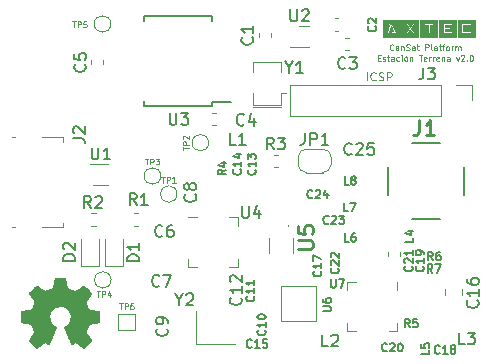
<source format=gto>
G04 #@! TF.GenerationSoftware,KiCad,Pcbnew,(5.1.0)-1*
G04 #@! TF.CreationDate,2019-06-21T15:08:08-03:00*
G04 #@! TF.ProjectId,EstacionTerrena,45737461-6369-46f6-9e54-657272656e61,rev?*
G04 #@! TF.SameCoordinates,Original*
G04 #@! TF.FileFunction,Legend,Top*
G04 #@! TF.FilePolarity,Positive*
%FSLAX46Y46*%
G04 Gerber Fmt 4.6, Leading zero omitted, Abs format (unit mm)*
G04 Created by KiCad (PCBNEW (5.1.0)-1) date 2019-06-21 15:08:08*
%MOMM*%
%LPD*%
G04 APERTURE LIST*
%ADD10C,0.125000*%
%ADD11C,0.010000*%
%ADD12C,0.120000*%
%ADD13C,0.150000*%
%ADD14C,0.100000*%
%ADD15C,0.200000*%
%ADD16C,0.254000*%
G04 APERTURE END LIST*
D10*
X30143866Y-6405666D02*
X30143866Y-5705666D01*
X30877200Y-6339000D02*
X30843866Y-6372333D01*
X30743866Y-6405666D01*
X30677200Y-6405666D01*
X30577200Y-6372333D01*
X30510533Y-6305666D01*
X30477200Y-6239000D01*
X30443866Y-6105666D01*
X30443866Y-6005666D01*
X30477200Y-5872333D01*
X30510533Y-5805666D01*
X30577200Y-5739000D01*
X30677200Y-5705666D01*
X30743866Y-5705666D01*
X30843866Y-5739000D01*
X30877200Y-5772333D01*
X31143866Y-6372333D02*
X31243866Y-6405666D01*
X31410533Y-6405666D01*
X31477200Y-6372333D01*
X31510533Y-6339000D01*
X31543866Y-6272333D01*
X31543866Y-6205666D01*
X31510533Y-6139000D01*
X31477200Y-6105666D01*
X31410533Y-6072333D01*
X31277200Y-6039000D01*
X31210533Y-6005666D01*
X31177200Y-5972333D01*
X31143866Y-5905666D01*
X31143866Y-5839000D01*
X31177200Y-5772333D01*
X31210533Y-5739000D01*
X31277200Y-5705666D01*
X31443866Y-5705666D01*
X31543866Y-5739000D01*
X31843866Y-6405666D02*
X31843866Y-5705666D01*
X32110533Y-5705666D01*
X32177200Y-5739000D01*
X32210533Y-5772333D01*
X32243866Y-5839000D01*
X32243866Y-5939000D01*
X32210533Y-6005666D01*
X32177200Y-6039000D01*
X32110533Y-6072333D01*
X31843866Y-6072333D01*
X32378119Y-3798771D02*
X32354309Y-3822580D01*
X32282880Y-3846390D01*
X32235261Y-3846390D01*
X32163833Y-3822580D01*
X32116214Y-3774961D01*
X32092404Y-3727342D01*
X32068595Y-3632104D01*
X32068595Y-3560676D01*
X32092404Y-3465438D01*
X32116214Y-3417819D01*
X32163833Y-3370200D01*
X32235261Y-3346390D01*
X32282880Y-3346390D01*
X32354309Y-3370200D01*
X32378119Y-3394009D01*
X32806690Y-3846390D02*
X32806690Y-3584485D01*
X32782880Y-3536866D01*
X32735261Y-3513057D01*
X32640023Y-3513057D01*
X32592404Y-3536866D01*
X32806690Y-3822580D02*
X32759071Y-3846390D01*
X32640023Y-3846390D01*
X32592404Y-3822580D01*
X32568595Y-3774961D01*
X32568595Y-3727342D01*
X32592404Y-3679723D01*
X32640023Y-3655914D01*
X32759071Y-3655914D01*
X32806690Y-3632104D01*
X33044785Y-3513057D02*
X33044785Y-3846390D01*
X33044785Y-3560676D02*
X33068595Y-3536866D01*
X33116214Y-3513057D01*
X33187642Y-3513057D01*
X33235261Y-3536866D01*
X33259071Y-3584485D01*
X33259071Y-3846390D01*
X33473357Y-3822580D02*
X33544785Y-3846390D01*
X33663833Y-3846390D01*
X33711452Y-3822580D01*
X33735261Y-3798771D01*
X33759071Y-3751152D01*
X33759071Y-3703533D01*
X33735261Y-3655914D01*
X33711452Y-3632104D01*
X33663833Y-3608295D01*
X33568595Y-3584485D01*
X33520976Y-3560676D01*
X33497166Y-3536866D01*
X33473357Y-3489247D01*
X33473357Y-3441628D01*
X33497166Y-3394009D01*
X33520976Y-3370200D01*
X33568595Y-3346390D01*
X33687642Y-3346390D01*
X33759071Y-3370200D01*
X34187642Y-3846390D02*
X34187642Y-3584485D01*
X34163833Y-3536866D01*
X34116214Y-3513057D01*
X34020976Y-3513057D01*
X33973357Y-3536866D01*
X34187642Y-3822580D02*
X34140023Y-3846390D01*
X34020976Y-3846390D01*
X33973357Y-3822580D01*
X33949547Y-3774961D01*
X33949547Y-3727342D01*
X33973357Y-3679723D01*
X34020976Y-3655914D01*
X34140023Y-3655914D01*
X34187642Y-3632104D01*
X34354309Y-3513057D02*
X34544785Y-3513057D01*
X34425738Y-3346390D02*
X34425738Y-3774961D01*
X34449547Y-3822580D01*
X34497166Y-3846390D01*
X34544785Y-3846390D01*
X35092404Y-3846390D02*
X35092404Y-3346390D01*
X35282880Y-3346390D01*
X35330500Y-3370200D01*
X35354309Y-3394009D01*
X35378119Y-3441628D01*
X35378119Y-3513057D01*
X35354309Y-3560676D01*
X35330500Y-3584485D01*
X35282880Y-3608295D01*
X35092404Y-3608295D01*
X35663833Y-3846390D02*
X35616214Y-3822580D01*
X35592404Y-3774961D01*
X35592404Y-3346390D01*
X36068595Y-3846390D02*
X36068595Y-3584485D01*
X36044785Y-3536866D01*
X35997166Y-3513057D01*
X35901928Y-3513057D01*
X35854309Y-3536866D01*
X36068595Y-3822580D02*
X36020976Y-3846390D01*
X35901928Y-3846390D01*
X35854309Y-3822580D01*
X35830500Y-3774961D01*
X35830500Y-3727342D01*
X35854309Y-3679723D01*
X35901928Y-3655914D01*
X36020976Y-3655914D01*
X36068595Y-3632104D01*
X36235261Y-3513057D02*
X36425738Y-3513057D01*
X36306690Y-3346390D02*
X36306690Y-3774961D01*
X36330500Y-3822580D01*
X36378119Y-3846390D01*
X36425738Y-3846390D01*
X36520976Y-3513057D02*
X36711452Y-3513057D01*
X36592404Y-3846390D02*
X36592404Y-3417819D01*
X36616214Y-3370200D01*
X36663833Y-3346390D01*
X36711452Y-3346390D01*
X36949547Y-3846390D02*
X36901928Y-3822580D01*
X36878119Y-3798771D01*
X36854309Y-3751152D01*
X36854309Y-3608295D01*
X36878119Y-3560676D01*
X36901928Y-3536866D01*
X36949547Y-3513057D01*
X37020976Y-3513057D01*
X37068595Y-3536866D01*
X37092404Y-3560676D01*
X37116214Y-3608295D01*
X37116214Y-3751152D01*
X37092404Y-3798771D01*
X37068595Y-3822580D01*
X37020976Y-3846390D01*
X36949547Y-3846390D01*
X37330500Y-3846390D02*
X37330500Y-3513057D01*
X37330500Y-3608295D02*
X37354309Y-3560676D01*
X37378119Y-3536866D01*
X37425738Y-3513057D01*
X37473357Y-3513057D01*
X37640023Y-3846390D02*
X37640023Y-3513057D01*
X37640023Y-3560676D02*
X37663833Y-3536866D01*
X37711452Y-3513057D01*
X37782880Y-3513057D01*
X37830500Y-3536866D01*
X37854309Y-3584485D01*
X37854309Y-3846390D01*
X37854309Y-3584485D02*
X37878119Y-3536866D01*
X37925738Y-3513057D01*
X37997166Y-3513057D01*
X38044785Y-3536866D01*
X38068595Y-3584485D01*
X38068595Y-3846390D01*
X31068595Y-4484485D02*
X31235261Y-4484485D01*
X31306690Y-4746390D02*
X31068595Y-4746390D01*
X31068595Y-4246390D01*
X31306690Y-4246390D01*
X31497166Y-4722580D02*
X31544785Y-4746390D01*
X31640023Y-4746390D01*
X31687642Y-4722580D01*
X31711452Y-4674961D01*
X31711452Y-4651152D01*
X31687642Y-4603533D01*
X31640023Y-4579723D01*
X31568595Y-4579723D01*
X31520976Y-4555914D01*
X31497166Y-4508295D01*
X31497166Y-4484485D01*
X31520976Y-4436866D01*
X31568595Y-4413057D01*
X31640023Y-4413057D01*
X31687642Y-4436866D01*
X31854309Y-4413057D02*
X32044785Y-4413057D01*
X31925738Y-4246390D02*
X31925738Y-4674961D01*
X31949547Y-4722580D01*
X31997166Y-4746390D01*
X32044785Y-4746390D01*
X32425738Y-4746390D02*
X32425738Y-4484485D01*
X32401928Y-4436866D01*
X32354309Y-4413057D01*
X32259071Y-4413057D01*
X32211452Y-4436866D01*
X32425738Y-4722580D02*
X32378119Y-4746390D01*
X32259071Y-4746390D01*
X32211452Y-4722580D01*
X32187642Y-4674961D01*
X32187642Y-4627342D01*
X32211452Y-4579723D01*
X32259071Y-4555914D01*
X32378119Y-4555914D01*
X32425738Y-4532104D01*
X32878119Y-4722580D02*
X32830500Y-4746390D01*
X32735261Y-4746390D01*
X32687642Y-4722580D01*
X32663833Y-4698771D01*
X32640023Y-4651152D01*
X32640023Y-4508295D01*
X32663833Y-4460676D01*
X32687642Y-4436866D01*
X32735261Y-4413057D01*
X32830500Y-4413057D01*
X32878119Y-4436866D01*
X33092404Y-4746390D02*
X33092404Y-4413057D01*
X33092404Y-4246390D02*
X33068595Y-4270200D01*
X33092404Y-4294009D01*
X33116214Y-4270200D01*
X33092404Y-4246390D01*
X33092404Y-4294009D01*
X33401928Y-4746390D02*
X33354309Y-4722580D01*
X33330500Y-4698771D01*
X33306690Y-4651152D01*
X33306690Y-4508295D01*
X33330500Y-4460676D01*
X33354309Y-4436866D01*
X33401928Y-4413057D01*
X33473357Y-4413057D01*
X33520976Y-4436866D01*
X33544785Y-4460676D01*
X33568595Y-4508295D01*
X33568595Y-4651152D01*
X33544785Y-4698771D01*
X33520976Y-4722580D01*
X33473357Y-4746390D01*
X33401928Y-4746390D01*
X33497166Y-4222580D02*
X33425738Y-4294009D01*
X33782880Y-4413057D02*
X33782880Y-4746390D01*
X33782880Y-4460676D02*
X33806690Y-4436866D01*
X33854309Y-4413057D01*
X33925738Y-4413057D01*
X33973357Y-4436866D01*
X33997166Y-4484485D01*
X33997166Y-4746390D01*
X34544785Y-4246390D02*
X34830500Y-4246390D01*
X34687642Y-4746390D02*
X34687642Y-4246390D01*
X35187642Y-4722580D02*
X35140023Y-4746390D01*
X35044785Y-4746390D01*
X34997166Y-4722580D01*
X34973357Y-4674961D01*
X34973357Y-4484485D01*
X34997166Y-4436866D01*
X35044785Y-4413057D01*
X35140023Y-4413057D01*
X35187642Y-4436866D01*
X35211452Y-4484485D01*
X35211452Y-4532104D01*
X34973357Y-4579723D01*
X35425738Y-4746390D02*
X35425738Y-4413057D01*
X35425738Y-4508295D02*
X35449547Y-4460676D01*
X35473357Y-4436866D01*
X35520976Y-4413057D01*
X35568595Y-4413057D01*
X35735261Y-4746390D02*
X35735261Y-4413057D01*
X35735261Y-4508295D02*
X35759071Y-4460676D01*
X35782880Y-4436866D01*
X35830500Y-4413057D01*
X35878119Y-4413057D01*
X36235261Y-4722580D02*
X36187642Y-4746390D01*
X36092404Y-4746390D01*
X36044785Y-4722580D01*
X36020976Y-4674961D01*
X36020976Y-4484485D01*
X36044785Y-4436866D01*
X36092404Y-4413057D01*
X36187642Y-4413057D01*
X36235261Y-4436866D01*
X36259071Y-4484485D01*
X36259071Y-4532104D01*
X36020976Y-4579723D01*
X36473357Y-4413057D02*
X36473357Y-4746390D01*
X36473357Y-4460676D02*
X36497166Y-4436866D01*
X36544785Y-4413057D01*
X36616214Y-4413057D01*
X36663833Y-4436866D01*
X36687642Y-4484485D01*
X36687642Y-4746390D01*
X37140023Y-4746390D02*
X37140023Y-4484485D01*
X37116214Y-4436866D01*
X37068595Y-4413057D01*
X36973357Y-4413057D01*
X36925738Y-4436866D01*
X37140023Y-4722580D02*
X37092404Y-4746390D01*
X36973357Y-4746390D01*
X36925738Y-4722580D01*
X36901928Y-4674961D01*
X36901928Y-4627342D01*
X36925738Y-4579723D01*
X36973357Y-4555914D01*
X37092404Y-4555914D01*
X37140023Y-4532104D01*
X37711452Y-4413057D02*
X37830500Y-4746390D01*
X37949547Y-4413057D01*
X38116214Y-4294009D02*
X38140023Y-4270200D01*
X38187642Y-4246390D01*
X38306690Y-4246390D01*
X38354309Y-4270200D01*
X38378119Y-4294009D01*
X38401928Y-4341628D01*
X38401928Y-4389247D01*
X38378119Y-4460676D01*
X38092404Y-4746390D01*
X38401928Y-4746390D01*
X38616214Y-4698771D02*
X38640023Y-4722580D01*
X38616214Y-4746390D01*
X38592404Y-4722580D01*
X38616214Y-4698771D01*
X38616214Y-4746390D01*
X38949547Y-4246390D02*
X38997166Y-4246390D01*
X39044785Y-4270200D01*
X39068595Y-4294009D01*
X39092404Y-4341628D01*
X39116214Y-4436866D01*
X39116214Y-4555914D01*
X39092404Y-4651152D01*
X39068595Y-4698771D01*
X39044785Y-4722580D01*
X38997166Y-4746390D01*
X38949547Y-4746390D01*
X38901928Y-4722580D01*
X38878119Y-4698771D01*
X38854309Y-4651152D01*
X38830500Y-4555914D01*
X38830500Y-4436866D01*
X38854309Y-4341628D01*
X38878119Y-4294009D01*
X38901928Y-4270200D01*
X38949547Y-4246390D01*
D11*
G36*
X4707414Y-23573131D02*
G01*
X4791235Y-24017755D01*
X5100520Y-24145253D01*
X5409806Y-24272751D01*
X5780846Y-24020446D01*
X5884757Y-23950196D01*
X5978687Y-23887472D01*
X6058252Y-23835138D01*
X6119070Y-23796057D01*
X6156757Y-23773093D01*
X6167021Y-23768142D01*
X6185510Y-23780876D01*
X6225020Y-23816082D01*
X6281122Y-23869262D01*
X6349387Y-23935918D01*
X6425386Y-24011554D01*
X6504692Y-24091672D01*
X6582875Y-24171774D01*
X6655507Y-24247364D01*
X6718159Y-24313945D01*
X6766403Y-24367018D01*
X6795810Y-24402087D01*
X6802841Y-24413823D01*
X6792723Y-24435460D01*
X6764359Y-24482862D01*
X6720729Y-24551393D01*
X6664818Y-24636415D01*
X6599606Y-24733293D01*
X6561819Y-24788550D01*
X6492943Y-24889448D01*
X6431740Y-24980499D01*
X6381178Y-25057170D01*
X6344228Y-25114928D01*
X6323858Y-25149243D01*
X6320797Y-25156454D01*
X6327736Y-25176948D01*
X6346651Y-25224713D01*
X6374687Y-25293032D01*
X6408991Y-25375189D01*
X6446709Y-25464470D01*
X6484987Y-25554158D01*
X6520970Y-25637538D01*
X6551806Y-25707894D01*
X6574639Y-25758510D01*
X6586617Y-25782671D01*
X6587324Y-25783622D01*
X6606131Y-25788236D01*
X6656218Y-25798528D01*
X6732393Y-25813487D01*
X6829465Y-25832101D01*
X6942243Y-25853359D01*
X7008042Y-25865618D01*
X7128550Y-25888562D01*
X7237397Y-25910395D01*
X7329076Y-25929922D01*
X7398081Y-25945948D01*
X7438904Y-25957279D01*
X7447111Y-25960874D01*
X7455148Y-25985206D01*
X7461633Y-26040159D01*
X7466570Y-26119308D01*
X7469964Y-26216226D01*
X7471818Y-26324487D01*
X7472138Y-26437665D01*
X7470927Y-26549335D01*
X7468190Y-26653068D01*
X7463931Y-26742441D01*
X7458155Y-26811026D01*
X7450867Y-26852397D01*
X7446495Y-26861010D01*
X7420364Y-26871333D01*
X7364993Y-26886092D01*
X7287707Y-26903552D01*
X7195830Y-26921980D01*
X7163758Y-26927941D01*
X7009124Y-26956266D01*
X6886975Y-26979076D01*
X6793273Y-26997280D01*
X6723984Y-27011783D01*
X6675071Y-27023492D01*
X6642497Y-27033315D01*
X6622228Y-27042156D01*
X6610226Y-27050924D01*
X6608547Y-27052657D01*
X6591784Y-27080571D01*
X6566214Y-27134895D01*
X6534388Y-27208977D01*
X6498860Y-27296165D01*
X6462183Y-27389808D01*
X6426911Y-27483252D01*
X6395596Y-27569847D01*
X6370793Y-27642940D01*
X6355054Y-27695878D01*
X6350932Y-27722011D01*
X6351276Y-27722926D01*
X6365241Y-27744286D01*
X6396922Y-27791284D01*
X6442991Y-27859027D01*
X6500118Y-27942623D01*
X6564973Y-28037182D01*
X6583443Y-28064054D01*
X6649299Y-28161475D01*
X6707250Y-28250363D01*
X6754138Y-28325612D01*
X6786807Y-28382120D01*
X6802100Y-28414781D01*
X6802841Y-28418793D01*
X6789992Y-28439884D01*
X6754488Y-28481664D01*
X6700893Y-28539645D01*
X6633771Y-28609335D01*
X6557687Y-28686245D01*
X6477204Y-28765883D01*
X6396887Y-28843761D01*
X6321299Y-28915386D01*
X6255005Y-28976270D01*
X6202569Y-29021921D01*
X6168555Y-29047850D01*
X6159145Y-29052083D01*
X6137243Y-29042112D01*
X6092400Y-29015220D01*
X6031921Y-28975936D01*
X5985389Y-28944317D01*
X5901075Y-28886298D01*
X5801226Y-28817984D01*
X5701073Y-28749779D01*
X5647227Y-28713275D01*
X5464971Y-28590000D01*
X5311981Y-28672720D01*
X5242282Y-28708959D01*
X5183014Y-28737126D01*
X5142911Y-28753191D01*
X5132703Y-28755426D01*
X5120429Y-28738922D01*
X5096213Y-28692282D01*
X5061863Y-28619809D01*
X5019188Y-28525806D01*
X4969994Y-28414574D01*
X4916090Y-28290415D01*
X4859284Y-28157632D01*
X4801382Y-28020527D01*
X4744193Y-27883402D01*
X4689524Y-27750558D01*
X4639184Y-27626298D01*
X4594980Y-27514925D01*
X4558719Y-27420739D01*
X4532209Y-27348044D01*
X4517258Y-27301141D01*
X4514854Y-27285033D01*
X4533911Y-27264486D01*
X4575636Y-27231133D01*
X4631306Y-27191902D01*
X4635978Y-27188799D01*
X4779864Y-27073623D01*
X4895883Y-26939253D01*
X4983030Y-26789984D01*
X5040299Y-26630113D01*
X5066686Y-26463937D01*
X5061185Y-26295752D01*
X5022790Y-26129855D01*
X4950495Y-25970542D01*
X4929226Y-25935687D01*
X4818596Y-25794937D01*
X4687902Y-25681914D01*
X4541664Y-25597203D01*
X4384408Y-25541394D01*
X4220657Y-25515074D01*
X4054933Y-25518830D01*
X3891762Y-25553250D01*
X3735665Y-25618923D01*
X3591167Y-25716435D01*
X3546469Y-25756013D01*
X3432712Y-25879903D01*
X3349818Y-26010324D01*
X3292956Y-26156515D01*
X3261287Y-26301288D01*
X3253469Y-26464060D01*
X3279538Y-26627640D01*
X3336845Y-26786498D01*
X3422744Y-26935106D01*
X3534586Y-27067935D01*
X3669723Y-27179456D01*
X3687483Y-27191211D01*
X3743750Y-27229708D01*
X3786523Y-27263063D01*
X3806972Y-27284360D01*
X3807269Y-27285033D01*
X3802879Y-27308071D01*
X3785476Y-27360357D01*
X3756868Y-27437590D01*
X3718865Y-27535468D01*
X3673274Y-27649691D01*
X3621903Y-27775958D01*
X3566562Y-27909967D01*
X3509058Y-28047418D01*
X3451201Y-28184008D01*
X3394798Y-28315437D01*
X3341658Y-28437405D01*
X3293590Y-28545609D01*
X3252401Y-28635749D01*
X3219901Y-28703523D01*
X3197897Y-28744630D01*
X3189036Y-28755426D01*
X3161960Y-28747019D01*
X3111297Y-28724472D01*
X3045783Y-28691813D01*
X3009759Y-28672720D01*
X2856768Y-28590000D01*
X2674512Y-28713275D01*
X2581475Y-28776428D01*
X2479615Y-28845927D01*
X2384162Y-28911365D01*
X2336350Y-28944317D01*
X2269105Y-28989473D01*
X2212164Y-29025257D01*
X2172954Y-29047138D01*
X2160219Y-29051763D01*
X2141683Y-29039285D01*
X2100659Y-29004452D01*
X2041125Y-28950878D01*
X1967058Y-28882183D01*
X1882435Y-28801981D01*
X1828915Y-28750486D01*
X1735281Y-28658486D01*
X1654359Y-28576199D01*
X1589423Y-28507145D01*
X1543742Y-28454844D01*
X1520589Y-28422816D01*
X1518368Y-28416316D01*
X1528676Y-28391594D01*
X1557161Y-28341605D01*
X1600663Y-28271412D01*
X1656023Y-28186075D01*
X1720080Y-28090656D01*
X1738297Y-28064054D01*
X1804673Y-27967367D01*
X1864222Y-27880317D01*
X1913616Y-27807795D01*
X1949525Y-27754693D01*
X1968619Y-27725903D01*
X1970464Y-27722926D01*
X1967705Y-27699982D01*
X1953062Y-27649536D01*
X1929087Y-27578241D01*
X1898334Y-27492747D01*
X1863356Y-27399707D01*
X1826707Y-27305774D01*
X1790939Y-27217599D01*
X1758606Y-27141834D01*
X1732262Y-27085131D01*
X1714458Y-27054143D01*
X1713193Y-27052657D01*
X1702306Y-27043801D01*
X1683918Y-27035043D01*
X1653994Y-27025477D01*
X1608497Y-27014196D01*
X1543391Y-27000293D01*
X1454639Y-26982863D01*
X1338207Y-26960998D01*
X1190058Y-26933791D01*
X1157982Y-26927941D01*
X1062914Y-26909574D01*
X980035Y-26891605D01*
X916670Y-26875769D01*
X880142Y-26863800D01*
X875244Y-26861010D01*
X867173Y-26836272D01*
X860613Y-26780990D01*
X855567Y-26701589D01*
X852041Y-26604496D01*
X850039Y-26496138D01*
X849564Y-26382940D01*
X850623Y-26271328D01*
X853218Y-26167729D01*
X857354Y-26078568D01*
X863037Y-26010272D01*
X870269Y-25969266D01*
X874629Y-25960874D01*
X898902Y-25952408D01*
X954174Y-25938635D01*
X1034938Y-25920750D01*
X1135688Y-25899948D01*
X1250917Y-25877423D01*
X1313698Y-25865618D01*
X1432813Y-25843351D01*
X1539035Y-25823179D01*
X1627173Y-25806115D01*
X1692034Y-25793169D01*
X1728426Y-25785355D01*
X1734416Y-25783622D01*
X1744539Y-25764090D01*
X1765938Y-25717043D01*
X1795761Y-25649203D01*
X1831155Y-25567291D01*
X1869268Y-25478028D01*
X1907247Y-25388135D01*
X1942240Y-25304335D01*
X1971394Y-25233347D01*
X1991857Y-25181894D01*
X2000777Y-25156697D01*
X2000943Y-25155596D01*
X1990831Y-25135719D01*
X1962483Y-25089977D01*
X1918877Y-25022917D01*
X1862994Y-24939084D01*
X1797813Y-24843026D01*
X1759921Y-24787850D01*
X1690875Y-24686681D01*
X1629550Y-24594830D01*
X1578937Y-24516944D01*
X1542029Y-24457669D01*
X1521818Y-24421651D01*
X1518899Y-24413577D01*
X1531447Y-24394784D01*
X1566137Y-24354657D01*
X1618537Y-24297693D01*
X1684216Y-24228385D01*
X1758744Y-24151231D01*
X1837687Y-24070725D01*
X1916617Y-23991363D01*
X1991100Y-23917640D01*
X2056706Y-23854052D01*
X2109004Y-23805094D01*
X2143561Y-23775261D01*
X2155122Y-23768142D01*
X2173946Y-23778153D01*
X2218969Y-23806278D01*
X2285813Y-23849654D01*
X2370101Y-23905418D01*
X2467456Y-23970706D01*
X2540893Y-24020446D01*
X2911933Y-24272751D01*
X3530505Y-24017755D01*
X3614325Y-23573131D01*
X3698146Y-23128507D01*
X4623594Y-23128507D01*
X4707414Y-23573131D01*
X4707414Y-23573131D01*
G37*
X4707414Y-23573131D02*
X4791235Y-24017755D01*
X5100520Y-24145253D01*
X5409806Y-24272751D01*
X5780846Y-24020446D01*
X5884757Y-23950196D01*
X5978687Y-23887472D01*
X6058252Y-23835138D01*
X6119070Y-23796057D01*
X6156757Y-23773093D01*
X6167021Y-23768142D01*
X6185510Y-23780876D01*
X6225020Y-23816082D01*
X6281122Y-23869262D01*
X6349387Y-23935918D01*
X6425386Y-24011554D01*
X6504692Y-24091672D01*
X6582875Y-24171774D01*
X6655507Y-24247364D01*
X6718159Y-24313945D01*
X6766403Y-24367018D01*
X6795810Y-24402087D01*
X6802841Y-24413823D01*
X6792723Y-24435460D01*
X6764359Y-24482862D01*
X6720729Y-24551393D01*
X6664818Y-24636415D01*
X6599606Y-24733293D01*
X6561819Y-24788550D01*
X6492943Y-24889448D01*
X6431740Y-24980499D01*
X6381178Y-25057170D01*
X6344228Y-25114928D01*
X6323858Y-25149243D01*
X6320797Y-25156454D01*
X6327736Y-25176948D01*
X6346651Y-25224713D01*
X6374687Y-25293032D01*
X6408991Y-25375189D01*
X6446709Y-25464470D01*
X6484987Y-25554158D01*
X6520970Y-25637538D01*
X6551806Y-25707894D01*
X6574639Y-25758510D01*
X6586617Y-25782671D01*
X6587324Y-25783622D01*
X6606131Y-25788236D01*
X6656218Y-25798528D01*
X6732393Y-25813487D01*
X6829465Y-25832101D01*
X6942243Y-25853359D01*
X7008042Y-25865618D01*
X7128550Y-25888562D01*
X7237397Y-25910395D01*
X7329076Y-25929922D01*
X7398081Y-25945948D01*
X7438904Y-25957279D01*
X7447111Y-25960874D01*
X7455148Y-25985206D01*
X7461633Y-26040159D01*
X7466570Y-26119308D01*
X7469964Y-26216226D01*
X7471818Y-26324487D01*
X7472138Y-26437665D01*
X7470927Y-26549335D01*
X7468190Y-26653068D01*
X7463931Y-26742441D01*
X7458155Y-26811026D01*
X7450867Y-26852397D01*
X7446495Y-26861010D01*
X7420364Y-26871333D01*
X7364993Y-26886092D01*
X7287707Y-26903552D01*
X7195830Y-26921980D01*
X7163758Y-26927941D01*
X7009124Y-26956266D01*
X6886975Y-26979076D01*
X6793273Y-26997280D01*
X6723984Y-27011783D01*
X6675071Y-27023492D01*
X6642497Y-27033315D01*
X6622228Y-27042156D01*
X6610226Y-27050924D01*
X6608547Y-27052657D01*
X6591784Y-27080571D01*
X6566214Y-27134895D01*
X6534388Y-27208977D01*
X6498860Y-27296165D01*
X6462183Y-27389808D01*
X6426911Y-27483252D01*
X6395596Y-27569847D01*
X6370793Y-27642940D01*
X6355054Y-27695878D01*
X6350932Y-27722011D01*
X6351276Y-27722926D01*
X6365241Y-27744286D01*
X6396922Y-27791284D01*
X6442991Y-27859027D01*
X6500118Y-27942623D01*
X6564973Y-28037182D01*
X6583443Y-28064054D01*
X6649299Y-28161475D01*
X6707250Y-28250363D01*
X6754138Y-28325612D01*
X6786807Y-28382120D01*
X6802100Y-28414781D01*
X6802841Y-28418793D01*
X6789992Y-28439884D01*
X6754488Y-28481664D01*
X6700893Y-28539645D01*
X6633771Y-28609335D01*
X6557687Y-28686245D01*
X6477204Y-28765883D01*
X6396887Y-28843761D01*
X6321299Y-28915386D01*
X6255005Y-28976270D01*
X6202569Y-29021921D01*
X6168555Y-29047850D01*
X6159145Y-29052083D01*
X6137243Y-29042112D01*
X6092400Y-29015220D01*
X6031921Y-28975936D01*
X5985389Y-28944317D01*
X5901075Y-28886298D01*
X5801226Y-28817984D01*
X5701073Y-28749779D01*
X5647227Y-28713275D01*
X5464971Y-28590000D01*
X5311981Y-28672720D01*
X5242282Y-28708959D01*
X5183014Y-28737126D01*
X5142911Y-28753191D01*
X5132703Y-28755426D01*
X5120429Y-28738922D01*
X5096213Y-28692282D01*
X5061863Y-28619809D01*
X5019188Y-28525806D01*
X4969994Y-28414574D01*
X4916090Y-28290415D01*
X4859284Y-28157632D01*
X4801382Y-28020527D01*
X4744193Y-27883402D01*
X4689524Y-27750558D01*
X4639184Y-27626298D01*
X4594980Y-27514925D01*
X4558719Y-27420739D01*
X4532209Y-27348044D01*
X4517258Y-27301141D01*
X4514854Y-27285033D01*
X4533911Y-27264486D01*
X4575636Y-27231133D01*
X4631306Y-27191902D01*
X4635978Y-27188799D01*
X4779864Y-27073623D01*
X4895883Y-26939253D01*
X4983030Y-26789984D01*
X5040299Y-26630113D01*
X5066686Y-26463937D01*
X5061185Y-26295752D01*
X5022790Y-26129855D01*
X4950495Y-25970542D01*
X4929226Y-25935687D01*
X4818596Y-25794937D01*
X4687902Y-25681914D01*
X4541664Y-25597203D01*
X4384408Y-25541394D01*
X4220657Y-25515074D01*
X4054933Y-25518830D01*
X3891762Y-25553250D01*
X3735665Y-25618923D01*
X3591167Y-25716435D01*
X3546469Y-25756013D01*
X3432712Y-25879903D01*
X3349818Y-26010324D01*
X3292956Y-26156515D01*
X3261287Y-26301288D01*
X3253469Y-26464060D01*
X3279538Y-26627640D01*
X3336845Y-26786498D01*
X3422744Y-26935106D01*
X3534586Y-27067935D01*
X3669723Y-27179456D01*
X3687483Y-27191211D01*
X3743750Y-27229708D01*
X3786523Y-27263063D01*
X3806972Y-27284360D01*
X3807269Y-27285033D01*
X3802879Y-27308071D01*
X3785476Y-27360357D01*
X3756868Y-27437590D01*
X3718865Y-27535468D01*
X3673274Y-27649691D01*
X3621903Y-27775958D01*
X3566562Y-27909967D01*
X3509058Y-28047418D01*
X3451201Y-28184008D01*
X3394798Y-28315437D01*
X3341658Y-28437405D01*
X3293590Y-28545609D01*
X3252401Y-28635749D01*
X3219901Y-28703523D01*
X3197897Y-28744630D01*
X3189036Y-28755426D01*
X3161960Y-28747019D01*
X3111297Y-28724472D01*
X3045783Y-28691813D01*
X3009759Y-28672720D01*
X2856768Y-28590000D01*
X2674512Y-28713275D01*
X2581475Y-28776428D01*
X2479615Y-28845927D01*
X2384162Y-28911365D01*
X2336350Y-28944317D01*
X2269105Y-28989473D01*
X2212164Y-29025257D01*
X2172954Y-29047138D01*
X2160219Y-29051763D01*
X2141683Y-29039285D01*
X2100659Y-29004452D01*
X2041125Y-28950878D01*
X1967058Y-28882183D01*
X1882435Y-28801981D01*
X1828915Y-28750486D01*
X1735281Y-28658486D01*
X1654359Y-28576199D01*
X1589423Y-28507145D01*
X1543742Y-28454844D01*
X1520589Y-28422816D01*
X1518368Y-28416316D01*
X1528676Y-28391594D01*
X1557161Y-28341605D01*
X1600663Y-28271412D01*
X1656023Y-28186075D01*
X1720080Y-28090656D01*
X1738297Y-28064054D01*
X1804673Y-27967367D01*
X1864222Y-27880317D01*
X1913616Y-27807795D01*
X1949525Y-27754693D01*
X1968619Y-27725903D01*
X1970464Y-27722926D01*
X1967705Y-27699982D01*
X1953062Y-27649536D01*
X1929087Y-27578241D01*
X1898334Y-27492747D01*
X1863356Y-27399707D01*
X1826707Y-27305774D01*
X1790939Y-27217599D01*
X1758606Y-27141834D01*
X1732262Y-27085131D01*
X1714458Y-27054143D01*
X1713193Y-27052657D01*
X1702306Y-27043801D01*
X1683918Y-27035043D01*
X1653994Y-27025477D01*
X1608497Y-27014196D01*
X1543391Y-27000293D01*
X1454639Y-26982863D01*
X1338207Y-26960998D01*
X1190058Y-26933791D01*
X1157982Y-26927941D01*
X1062914Y-26909574D01*
X980035Y-26891605D01*
X916670Y-26875769D01*
X880142Y-26863800D01*
X875244Y-26861010D01*
X867173Y-26836272D01*
X860613Y-26780990D01*
X855567Y-26701589D01*
X852041Y-26604496D01*
X850039Y-26496138D01*
X849564Y-26382940D01*
X850623Y-26271328D01*
X853218Y-26167729D01*
X857354Y-26078568D01*
X863037Y-26010272D01*
X870269Y-25969266D01*
X874629Y-25960874D01*
X898902Y-25952408D01*
X954174Y-25938635D01*
X1034938Y-25920750D01*
X1135688Y-25899948D01*
X1250917Y-25877423D01*
X1313698Y-25865618D01*
X1432813Y-25843351D01*
X1539035Y-25823179D01*
X1627173Y-25806115D01*
X1692034Y-25793169D01*
X1728426Y-25785355D01*
X1734416Y-25783622D01*
X1744539Y-25764090D01*
X1765938Y-25717043D01*
X1795761Y-25649203D01*
X1831155Y-25567291D01*
X1869268Y-25478028D01*
X1907247Y-25388135D01*
X1942240Y-25304335D01*
X1971394Y-25233347D01*
X1991857Y-25181894D01*
X2000777Y-25156697D01*
X2000943Y-25155596D01*
X1990831Y-25135719D01*
X1962483Y-25089977D01*
X1918877Y-25022917D01*
X1862994Y-24939084D01*
X1797813Y-24843026D01*
X1759921Y-24787850D01*
X1690875Y-24686681D01*
X1629550Y-24594830D01*
X1578937Y-24516944D01*
X1542029Y-24457669D01*
X1521818Y-24421651D01*
X1518899Y-24413577D01*
X1531447Y-24394784D01*
X1566137Y-24354657D01*
X1618537Y-24297693D01*
X1684216Y-24228385D01*
X1758744Y-24151231D01*
X1837687Y-24070725D01*
X1916617Y-23991363D01*
X1991100Y-23917640D01*
X2056706Y-23854052D01*
X2109004Y-23805094D01*
X2143561Y-23775261D01*
X2155122Y-23768142D01*
X2173946Y-23778153D01*
X2218969Y-23806278D01*
X2285813Y-23849654D01*
X2370101Y-23905418D01*
X2467456Y-23970706D01*
X2540893Y-24020446D01*
X2911933Y-24272751D01*
X3530505Y-24017755D01*
X3614325Y-23573131D01*
X3698146Y-23128507D01*
X4623594Y-23128507D01*
X4707414Y-23573131D01*
G36*
X39267100Y-2685400D02*
G01*
X37832000Y-2685400D01*
X37832000Y-1580500D01*
X38149500Y-1580500D01*
X38149500Y-2367900D01*
X38936900Y-2367900D01*
X38936900Y-2215500D01*
X38301900Y-2215500D01*
X38301900Y-1732900D01*
X38936900Y-1732900D01*
X38936900Y-1580500D01*
X38149500Y-1580500D01*
X37832000Y-1580500D01*
X37832000Y-1250300D01*
X39267100Y-1250300D01*
X39267100Y-2685400D01*
X39267100Y-2685400D01*
G37*
X39267100Y-2685400D02*
X37832000Y-2685400D01*
X37832000Y-1580500D01*
X38149500Y-1580500D01*
X38149500Y-2367900D01*
X38936900Y-2367900D01*
X38936900Y-2215500D01*
X38301900Y-2215500D01*
X38301900Y-1732900D01*
X38936900Y-1732900D01*
X38936900Y-1580500D01*
X38149500Y-1580500D01*
X37832000Y-1580500D01*
X37832000Y-1250300D01*
X39267100Y-1250300D01*
X39267100Y-2685400D01*
G36*
X37679600Y-2685400D02*
G01*
X36244500Y-2685400D01*
X36244500Y-1580500D01*
X36562000Y-1580500D01*
X36562000Y-2367900D01*
X37349400Y-2367900D01*
X37349400Y-2215500D01*
X36714400Y-2215500D01*
X36714400Y-2050400D01*
X37197000Y-2050400D01*
X37197000Y-1898000D01*
X36714400Y-1898000D01*
X36714400Y-1732900D01*
X37349400Y-1732900D01*
X37349400Y-1580500D01*
X36562000Y-1580500D01*
X36244500Y-1580500D01*
X36244500Y-1250300D01*
X37679600Y-1250300D01*
X37679600Y-2685400D01*
X37679600Y-2685400D01*
G37*
X37679600Y-2685400D02*
X36244500Y-2685400D01*
X36244500Y-1580500D01*
X36562000Y-1580500D01*
X36562000Y-2367900D01*
X37349400Y-2367900D01*
X37349400Y-2215500D01*
X36714400Y-2215500D01*
X36714400Y-2050400D01*
X37197000Y-2050400D01*
X37197000Y-1898000D01*
X36714400Y-1898000D01*
X36714400Y-1732900D01*
X37349400Y-1732900D01*
X37349400Y-1580500D01*
X36562000Y-1580500D01*
X36244500Y-1580500D01*
X36244500Y-1250300D01*
X37679600Y-1250300D01*
X37679600Y-2685400D01*
G36*
X36092100Y-2685400D02*
G01*
X34657000Y-2685400D01*
X34657000Y-1580500D01*
X34974500Y-1580500D01*
X34974500Y-1732900D01*
X35292000Y-1732900D01*
X35292000Y-2367900D01*
X35444400Y-2367900D01*
X35444400Y-1732900D01*
X35761900Y-1732900D01*
X35761900Y-1580500D01*
X34974500Y-1580500D01*
X34657000Y-1580500D01*
X34657000Y-1250300D01*
X36092100Y-1250300D01*
X36092100Y-2685400D01*
X36092100Y-2685400D01*
G37*
X36092100Y-2685400D02*
X34657000Y-2685400D01*
X34657000Y-1580500D01*
X34974500Y-1580500D01*
X34974500Y-1732900D01*
X35292000Y-1732900D01*
X35292000Y-2367900D01*
X35444400Y-2367900D01*
X35444400Y-1732900D01*
X35761900Y-1732900D01*
X35761900Y-1580500D01*
X34974500Y-1580500D01*
X34657000Y-1580500D01*
X34657000Y-1250300D01*
X36092100Y-1250300D01*
X36092100Y-2685400D01*
G36*
X34504600Y-2685400D02*
G01*
X33069500Y-2685400D01*
X33069500Y-2360532D01*
X33407760Y-2360532D01*
X33423008Y-2365496D01*
X33458196Y-2367648D01*
X33485824Y-2367900D01*
X33575059Y-2367900D01*
X33674246Y-2234550D01*
X33711871Y-2184915D01*
X33744491Y-2143660D01*
X33768987Y-2114601D01*
X33782241Y-2101554D01*
X33783219Y-2101200D01*
X33794027Y-2110838D01*
X33816636Y-2137202D01*
X33847923Y-2176464D01*
X33884763Y-2224798D01*
X33891627Y-2234010D01*
X33990250Y-2366820D01*
X34075975Y-2367360D01*
X34118913Y-2366710D01*
X34149667Y-2364488D01*
X34161695Y-2361172D01*
X34161700Y-2361101D01*
X34154424Y-2349243D01*
X34134243Y-2320563D01*
X34103621Y-2278457D01*
X34065026Y-2226323D01*
X34027888Y-2176788D01*
X33983767Y-2117740D01*
X33944916Y-2064770D01*
X33913994Y-2021581D01*
X33893658Y-1991873D01*
X33886764Y-1980214D01*
X33886740Y-1971760D01*
X33892357Y-1957489D01*
X33904991Y-1935402D01*
X33926019Y-1903500D01*
X33956819Y-1859782D01*
X33998768Y-1802250D01*
X34053242Y-1728903D01*
X34121620Y-1637742D01*
X34133638Y-1621775D01*
X34164714Y-1580500D01*
X33989332Y-1580500D01*
X33890146Y-1713850D01*
X33852659Y-1763405D01*
X33820351Y-1804530D01*
X33796291Y-1833436D01*
X33783545Y-1846332D01*
X33782654Y-1846660D01*
X33772404Y-1836825D01*
X33750265Y-1810309D01*
X33719315Y-1770948D01*
X33682633Y-1722584D01*
X33675727Y-1713310D01*
X33577105Y-1580500D01*
X33494752Y-1580500D01*
X33452765Y-1581456D01*
X33423096Y-1583958D01*
X33412400Y-1587298D01*
X33419659Y-1599182D01*
X33439780Y-1627866D01*
X33470274Y-1669913D01*
X33508655Y-1721887D01*
X33543345Y-1768273D01*
X33587029Y-1826558D01*
X33625648Y-1878420D01*
X33656483Y-1920185D01*
X33676820Y-1948177D01*
X33683609Y-1958025D01*
X33679183Y-1972976D01*
X33660492Y-2005516D01*
X33629115Y-2053379D01*
X33586631Y-2114301D01*
X33534620Y-2186016D01*
X33474660Y-2266261D01*
X33408908Y-2352025D01*
X33407760Y-2360532D01*
X33069500Y-2360532D01*
X33069500Y-1250300D01*
X34504600Y-1250300D01*
X34504600Y-2685400D01*
X34504600Y-2685400D01*
G37*
X34504600Y-2685400D02*
X33069500Y-2685400D01*
X33069500Y-2360532D01*
X33407760Y-2360532D01*
X33423008Y-2365496D01*
X33458196Y-2367648D01*
X33485824Y-2367900D01*
X33575059Y-2367900D01*
X33674246Y-2234550D01*
X33711871Y-2184915D01*
X33744491Y-2143660D01*
X33768987Y-2114601D01*
X33782241Y-2101554D01*
X33783219Y-2101200D01*
X33794027Y-2110838D01*
X33816636Y-2137202D01*
X33847923Y-2176464D01*
X33884763Y-2224798D01*
X33891627Y-2234010D01*
X33990250Y-2366820D01*
X34075975Y-2367360D01*
X34118913Y-2366710D01*
X34149667Y-2364488D01*
X34161695Y-2361172D01*
X34161700Y-2361101D01*
X34154424Y-2349243D01*
X34134243Y-2320563D01*
X34103621Y-2278457D01*
X34065026Y-2226323D01*
X34027888Y-2176788D01*
X33983767Y-2117740D01*
X33944916Y-2064770D01*
X33913994Y-2021581D01*
X33893658Y-1991873D01*
X33886764Y-1980214D01*
X33886740Y-1971760D01*
X33892357Y-1957489D01*
X33904991Y-1935402D01*
X33926019Y-1903500D01*
X33956819Y-1859782D01*
X33998768Y-1802250D01*
X34053242Y-1728903D01*
X34121620Y-1637742D01*
X34133638Y-1621775D01*
X34164714Y-1580500D01*
X33989332Y-1580500D01*
X33890146Y-1713850D01*
X33852659Y-1763405D01*
X33820351Y-1804530D01*
X33796291Y-1833436D01*
X33783545Y-1846332D01*
X33782654Y-1846660D01*
X33772404Y-1836825D01*
X33750265Y-1810309D01*
X33719315Y-1770948D01*
X33682633Y-1722584D01*
X33675727Y-1713310D01*
X33577105Y-1580500D01*
X33494752Y-1580500D01*
X33452765Y-1581456D01*
X33423096Y-1583958D01*
X33412400Y-1587298D01*
X33419659Y-1599182D01*
X33439780Y-1627866D01*
X33470274Y-1669913D01*
X33508655Y-1721887D01*
X33543345Y-1768273D01*
X33587029Y-1826558D01*
X33625648Y-1878420D01*
X33656483Y-1920185D01*
X33676820Y-1948177D01*
X33683609Y-1958025D01*
X33679183Y-1972976D01*
X33660492Y-2005516D01*
X33629115Y-2053379D01*
X33586631Y-2114301D01*
X33534620Y-2186016D01*
X33474660Y-2266261D01*
X33408908Y-2352025D01*
X33407760Y-2360532D01*
X33069500Y-2360532D01*
X33069500Y-1250300D01*
X34504600Y-1250300D01*
X34504600Y-2685400D01*
G36*
X32917100Y-2685400D02*
G01*
X31482000Y-2685400D01*
X31482000Y-2356437D01*
X31814316Y-2356437D01*
X31823602Y-2362289D01*
X31852014Y-2366420D01*
X31891221Y-2367900D01*
X31972358Y-2367900D01*
X32079604Y-2088719D01*
X32110139Y-2010103D01*
X32137996Y-1940034D01*
X32161817Y-1881798D01*
X32180241Y-1838679D01*
X32191911Y-1813963D01*
X32195187Y-1809319D01*
X32202067Y-1820468D01*
X32216361Y-1851438D01*
X32236458Y-1898309D01*
X32260750Y-1957157D01*
X32287627Y-2024063D01*
X32315479Y-2095104D01*
X32342698Y-2166358D01*
X32352763Y-2193275D01*
X32354495Y-2205545D01*
X32344779Y-2212265D01*
X32318609Y-2215040D01*
X32283458Y-2215500D01*
X32205900Y-2215500D01*
X32205900Y-2367900D01*
X32584519Y-2367900D01*
X32272003Y-1586850D01*
X32197676Y-1583340D01*
X32123350Y-1579830D01*
X31970950Y-1962403D01*
X31933928Y-2055362D01*
X31899894Y-2140869D01*
X31869994Y-2216039D01*
X31845375Y-2277985D01*
X31827183Y-2323822D01*
X31816567Y-2350665D01*
X31814316Y-2356437D01*
X31482000Y-2356437D01*
X31482000Y-1250300D01*
X32917100Y-1250300D01*
X32917100Y-2685400D01*
X32917100Y-2685400D01*
G37*
X32917100Y-2685400D02*
X31482000Y-2685400D01*
X31482000Y-2356437D01*
X31814316Y-2356437D01*
X31823602Y-2362289D01*
X31852014Y-2366420D01*
X31891221Y-2367900D01*
X31972358Y-2367900D01*
X32079604Y-2088719D01*
X32110139Y-2010103D01*
X32137996Y-1940034D01*
X32161817Y-1881798D01*
X32180241Y-1838679D01*
X32191911Y-1813963D01*
X32195187Y-1809319D01*
X32202067Y-1820468D01*
X32216361Y-1851438D01*
X32236458Y-1898309D01*
X32260750Y-1957157D01*
X32287627Y-2024063D01*
X32315479Y-2095104D01*
X32342698Y-2166358D01*
X32352763Y-2193275D01*
X32354495Y-2205545D01*
X32344779Y-2212265D01*
X32318609Y-2215040D01*
X32283458Y-2215500D01*
X32205900Y-2215500D01*
X32205900Y-2367900D01*
X32584519Y-2367900D01*
X32272003Y-1586850D01*
X32197676Y-1583340D01*
X32123350Y-1579830D01*
X31970950Y-1962403D01*
X31933928Y-2055362D01*
X31899894Y-2140869D01*
X31869994Y-2216039D01*
X31845375Y-2277985D01*
X31827183Y-2323822D01*
X31816567Y-2350665D01*
X31814316Y-2356437D01*
X31482000Y-2356437D01*
X31482000Y-1250300D01*
X32917100Y-1250300D01*
X32917100Y-2685400D01*
D12*
X129200Y-11194400D02*
X389200Y-11194400D01*
X2669200Y-11194400D02*
X4439200Y-11194400D01*
X4439200Y-11194400D02*
X4439200Y-11574400D01*
X4439200Y-18814400D02*
X2669200Y-18814400D01*
X389200Y-18814400D02*
X129200Y-18814400D01*
X4439200Y-18814400D02*
X4439200Y-18434400D01*
X22244733Y-13723000D02*
X22587267Y-13723000D01*
X22244733Y-12703000D02*
X22587267Y-12703000D01*
X25016000Y-12203000D02*
X26416000Y-12203000D01*
X27116000Y-12903000D02*
X27116000Y-13503000D01*
X26416000Y-14203000D02*
X25016000Y-14203000D01*
X24316000Y-13503000D02*
X24316000Y-12903000D01*
X24316000Y-12903000D02*
G75*
G02X25016000Y-12203000I700000J0D01*
G01*
X25016000Y-14203000D02*
G75*
G02X24316000Y-13503000I0J700000D01*
G01*
X27116000Y-13503000D02*
G75*
G02X26416000Y-14203000I-700000J0D01*
G01*
X26416000Y-12203000D02*
G75*
G02X27116000Y-12903000I0J-700000D01*
G01*
D13*
X17034200Y-8593200D02*
X17034200Y-8243200D01*
X11284200Y-8593200D02*
X11284200Y-8143200D01*
X11284200Y-943200D02*
X11284200Y-1393200D01*
X17034200Y-943200D02*
X17034200Y-1393200D01*
X17034200Y-8593200D02*
X11284200Y-8593200D01*
X17034200Y-943200D02*
X11284200Y-943200D01*
X17034200Y-8243200D02*
X18634200Y-8243200D01*
D12*
X32703000Y-26955400D02*
X32703000Y-27655400D01*
X32703000Y-27655400D02*
X32003000Y-27655400D01*
X28483000Y-24135400D02*
X28483000Y-23435400D01*
X28483000Y-23435400D02*
X29183000Y-23435400D01*
X28483000Y-26955400D02*
X28483000Y-27655400D01*
X28483000Y-27655400D02*
X29183000Y-27655400D01*
X32703000Y-24135400D02*
X32703000Y-23435400D01*
X22859840Y-23806640D02*
X25859840Y-23806640D01*
X25859840Y-23806640D02*
X25859840Y-26806640D01*
X22859840Y-26806640D02*
X25859840Y-26806640D01*
X22859840Y-26806640D02*
X22859840Y-23806640D01*
D14*
X21846000Y-19734800D02*
X21846000Y-20984800D01*
X23846000Y-19734800D02*
X23846000Y-20984800D01*
X23496000Y-18759800D02*
X23496000Y-18759800D01*
X23496000Y-18659800D02*
X23496000Y-18659800D01*
X23496000Y-18659800D02*
G75*
G03X23496000Y-18759800I0J-50000D01*
G01*
X23496000Y-18759800D02*
G75*
G03X23496000Y-18659800I0J50000D01*
G01*
D12*
X18490600Y-17999800D02*
X19215600Y-17999800D01*
X19215600Y-17999800D02*
X19215600Y-18724800D01*
X15720600Y-22219800D02*
X14995600Y-22219800D01*
X14995600Y-22219800D02*
X14995600Y-21494800D01*
X18490600Y-22219800D02*
X19215600Y-22219800D01*
X19215600Y-22219800D02*
X19215600Y-21494800D01*
X15720600Y-17999800D02*
X14995600Y-17999800D01*
X24420800Y-1775400D02*
X25220800Y-1775400D01*
X23620800Y-3595400D02*
X25220800Y-3595400D01*
X32982600Y-20940533D02*
X32982600Y-21283067D01*
X31962600Y-20940533D02*
X31962600Y-21283067D01*
X23644520Y-6765600D02*
X23644520Y-9425600D01*
X36404520Y-6765600D02*
X23644520Y-6765600D01*
X36404520Y-9425600D02*
X23644520Y-9425600D01*
X36404520Y-6765600D02*
X36404520Y-9425600D01*
X37674520Y-6765600D02*
X39004520Y-6765600D01*
X39004520Y-6765600D02*
X39004520Y-8095600D01*
D15*
X31939600Y-13728200D02*
X31939600Y-16128200D01*
X33939600Y-11728200D02*
X36339600Y-11728200D01*
X38339600Y-13728200D02*
X38339600Y-16128200D01*
X33939600Y-18128200D02*
X36339600Y-18128200D01*
D12*
X36761320Y-24567132D02*
X36761320Y-24044628D01*
X38181320Y-24567132D02*
X38181320Y-24044628D01*
X6811520Y-5037659D02*
X6811520Y-4712101D01*
X7831520Y-5037659D02*
X7831520Y-4712101D01*
X28271221Y-2785000D02*
X28596779Y-2785000D01*
X28271221Y-3805000D02*
X28596779Y-3805000D01*
X22035200Y-2421021D02*
X22035200Y-2746579D01*
X21015200Y-2421021D02*
X21015200Y-2746579D01*
X8458400Y-1618600D02*
G75*
G03X8458400Y-1618600I-700000J0D01*
G01*
X17369979Y-9185800D02*
X17044421Y-9185800D01*
X17369979Y-10205800D02*
X17044421Y-10205800D01*
X27407621Y-1159400D02*
X27733179Y-1159400D01*
X27407621Y-2179400D02*
X27733179Y-2179400D01*
X15658800Y-28723400D02*
X18958800Y-28723400D01*
X15658800Y-25923400D02*
X15658800Y-28723400D01*
X22477600Y-8647800D02*
X22877600Y-8647800D01*
X22477600Y-8447800D02*
X22877600Y-8447800D01*
X22477600Y-4847800D02*
X22877600Y-4847800D01*
X20477600Y-8647800D02*
X22477600Y-8647800D01*
X22877600Y-7447800D02*
X23277600Y-7447800D01*
X22877600Y-7447800D02*
X22877600Y-8447800D01*
X22477600Y-8447800D02*
X20477600Y-8447800D01*
X20477600Y-8447800D02*
X20477600Y-7447800D01*
X20477600Y-5647800D02*
X20477600Y-4847800D01*
X20477600Y-4847800D02*
X22477600Y-4847800D01*
X22877600Y-4847800D02*
X22877600Y-5647800D01*
X9458600Y-22153600D02*
X9458600Y-19868600D01*
X7988600Y-22153600D02*
X9458600Y-22153600D01*
X7988600Y-19868600D02*
X7988600Y-22153600D01*
X5956600Y-19868600D02*
X5956600Y-22153600D01*
X5956600Y-22153600D02*
X7426600Y-22153600D01*
X7426600Y-22153600D02*
X7426600Y-19868600D01*
X8256000Y-15244000D02*
X6956000Y-15244000D01*
X6706000Y-13444000D02*
X8256000Y-13444000D01*
X10774467Y-17669400D02*
X10431933Y-17669400D01*
X10774467Y-18689400D02*
X10431933Y-18689400D01*
X7167667Y-18689400D02*
X6825133Y-18689400D01*
X7167667Y-17669400D02*
X6825133Y-17669400D01*
X14071800Y-16020400D02*
G75*
G03X14071800Y-16020400I-700000J0D01*
G01*
X16738800Y-11677000D02*
G75*
G03X16738800Y-11677000I-700000J0D01*
G01*
X12686000Y-14493000D02*
G75*
G03X12686000Y-14493000I-700000J0D01*
G01*
X8486000Y-23293000D02*
G75*
G03X8486000Y-23293000I-700000J0D01*
G01*
X9105640Y-27571280D02*
X9105640Y-26171280D01*
X10505640Y-27571280D02*
X9105640Y-27571280D01*
X10505640Y-26171280D02*
X10505640Y-27571280D01*
X9105640Y-26171280D02*
X10505640Y-26171280D01*
D13*
X5254980Y-11299133D02*
X5969266Y-11299133D01*
X6112123Y-11346752D01*
X6207361Y-11441990D01*
X6254980Y-11584847D01*
X6254980Y-11680085D01*
X5350219Y-10870561D02*
X5302600Y-10822942D01*
X5254980Y-10727704D01*
X5254980Y-10489609D01*
X5302600Y-10394371D01*
X5350219Y-10346752D01*
X5445457Y-10299133D01*
X5540695Y-10299133D01*
X5683552Y-10346752D01*
X6254980Y-10918180D01*
X6254980Y-10299133D01*
X22249333Y-12235380D02*
X21916000Y-11759190D01*
X21677904Y-12235380D02*
X21677904Y-11235380D01*
X22058857Y-11235380D01*
X22154095Y-11283000D01*
X22201714Y-11330619D01*
X22249333Y-11425857D01*
X22249333Y-11568714D01*
X22201714Y-11663952D01*
X22154095Y-11711571D01*
X22058857Y-11759190D01*
X21677904Y-11759190D01*
X22582666Y-11235380D02*
X23201714Y-11235380D01*
X22868380Y-11616333D01*
X23011238Y-11616333D01*
X23106476Y-11663952D01*
X23154095Y-11711571D01*
X23201714Y-11806809D01*
X23201714Y-12044904D01*
X23154095Y-12140142D01*
X23106476Y-12187761D01*
X23011238Y-12235380D01*
X22725523Y-12235380D01*
X22630285Y-12187761D01*
X22582666Y-12140142D01*
X24882666Y-10855380D02*
X24882666Y-11569666D01*
X24835047Y-11712523D01*
X24739809Y-11807761D01*
X24596952Y-11855380D01*
X24501714Y-11855380D01*
X25358857Y-11855380D02*
X25358857Y-10855380D01*
X25739809Y-10855380D01*
X25835047Y-10903000D01*
X25882666Y-10950619D01*
X25930285Y-11045857D01*
X25930285Y-11188714D01*
X25882666Y-11283952D01*
X25835047Y-11331571D01*
X25739809Y-11379190D01*
X25358857Y-11379190D01*
X26882666Y-11855380D02*
X26311238Y-11855380D01*
X26596952Y-11855380D02*
X26596952Y-10855380D01*
X26501714Y-10998238D01*
X26406476Y-11093476D01*
X26311238Y-11141095D01*
X13448095Y-9148180D02*
X13448095Y-9957704D01*
X13495714Y-10052942D01*
X13543333Y-10100561D01*
X13638571Y-10148180D01*
X13829047Y-10148180D01*
X13924285Y-10100561D01*
X13971904Y-10052942D01*
X14019523Y-9957704D01*
X14019523Y-9148180D01*
X14400476Y-9148180D02*
X15019523Y-9148180D01*
X14686190Y-9529133D01*
X14829047Y-9529133D01*
X14924285Y-9576752D01*
X14971904Y-9624371D01*
X15019523Y-9719609D01*
X15019523Y-9957704D01*
X14971904Y-10052942D01*
X14924285Y-10100561D01*
X14829047Y-10148180D01*
X14543333Y-10148180D01*
X14448095Y-10100561D01*
X14400476Y-10052942D01*
X27103106Y-23241826D02*
X27103106Y-23808493D01*
X27136440Y-23875160D01*
X27169773Y-23908493D01*
X27236440Y-23941826D01*
X27369773Y-23941826D01*
X27436440Y-23908493D01*
X27469773Y-23875160D01*
X27503106Y-23808493D01*
X27503106Y-23241826D01*
X27769773Y-23241826D02*
X28236440Y-23241826D01*
X27936440Y-23941826D01*
X26399666Y-25921253D02*
X26966333Y-25921253D01*
X27033000Y-25887920D01*
X27066333Y-25854586D01*
X27099666Y-25787920D01*
X27099666Y-25654586D01*
X27066333Y-25587920D01*
X27033000Y-25554586D01*
X26966333Y-25521253D01*
X26399666Y-25521253D01*
X26399666Y-24887920D02*
X26399666Y-25021253D01*
X26433000Y-25087920D01*
X26466333Y-25121253D01*
X26566333Y-25187920D01*
X26699666Y-25221253D01*
X26966333Y-25221253D01*
X27033000Y-25187920D01*
X27066333Y-25154586D01*
X27099666Y-25087920D01*
X27099666Y-24954586D01*
X27066333Y-24887920D01*
X27033000Y-24854586D01*
X26966333Y-24821253D01*
X26799666Y-24821253D01*
X26733000Y-24854586D01*
X26699666Y-24887920D01*
X26666333Y-24954586D01*
X26666333Y-25087920D01*
X26699666Y-25154586D01*
X26733000Y-25187920D01*
X26799666Y-25221253D01*
D16*
X24324763Y-20681179D02*
X25352859Y-20681179D01*
X25473811Y-20620702D01*
X25534287Y-20560226D01*
X25594763Y-20439274D01*
X25594763Y-20197369D01*
X25534287Y-20076417D01*
X25473811Y-20015940D01*
X25352859Y-19955464D01*
X24324763Y-19955464D01*
X24324763Y-18745940D02*
X24324763Y-19350702D01*
X24929525Y-19411179D01*
X24869049Y-19350702D01*
X24808573Y-19229750D01*
X24808573Y-18927369D01*
X24869049Y-18806417D01*
X24929525Y-18745940D01*
X25050478Y-18685464D01*
X25352859Y-18685464D01*
X25473811Y-18745940D01*
X25534287Y-18806417D01*
X25594763Y-18927369D01*
X25594763Y-19229750D01*
X25534287Y-19350702D01*
X25473811Y-19411179D01*
D13*
X19569495Y-17034880D02*
X19569495Y-17844404D01*
X19617114Y-17939642D01*
X19664733Y-17987261D01*
X19759971Y-18034880D01*
X19950447Y-18034880D01*
X20045685Y-17987261D01*
X20093304Y-17939642D01*
X20140923Y-17844404D01*
X20140923Y-17034880D01*
X21045685Y-17368214D02*
X21045685Y-18034880D01*
X20807590Y-16987261D02*
X20569495Y-17701547D01*
X21188542Y-17701547D01*
X23658895Y-387780D02*
X23658895Y-1197304D01*
X23706514Y-1292542D01*
X23754133Y-1340161D01*
X23849371Y-1387780D01*
X24039847Y-1387780D01*
X24135085Y-1340161D01*
X24182704Y-1292542D01*
X24230323Y-1197304D01*
X24230323Y-387780D01*
X24658895Y-483019D02*
X24706514Y-435400D01*
X24801752Y-387780D01*
X25039847Y-387780D01*
X25135085Y-435400D01*
X25182704Y-483019D01*
X25230323Y-578257D01*
X25230323Y-673495D01*
X25182704Y-816352D01*
X24611276Y-1387780D01*
X25230323Y-1387780D01*
X35693493Y-22687066D02*
X35460160Y-22353733D01*
X35293493Y-22687066D02*
X35293493Y-21987066D01*
X35560160Y-21987066D01*
X35626826Y-22020400D01*
X35660160Y-22053733D01*
X35693493Y-22120400D01*
X35693493Y-22220400D01*
X35660160Y-22287066D01*
X35626826Y-22320400D01*
X35560160Y-22353733D01*
X35293493Y-22353733D01*
X35926826Y-21987066D02*
X36393493Y-21987066D01*
X36093493Y-22687066D01*
X35723973Y-21630426D02*
X35490640Y-21297093D01*
X35323973Y-21630426D02*
X35323973Y-20930426D01*
X35590640Y-20930426D01*
X35657306Y-20963760D01*
X35690640Y-20997093D01*
X35723973Y-21063760D01*
X35723973Y-21163760D01*
X35690640Y-21230426D01*
X35657306Y-21263760D01*
X35590640Y-21297093D01*
X35323973Y-21297093D01*
X36323973Y-20930426D02*
X36190640Y-20930426D01*
X36123973Y-20963760D01*
X36090640Y-20997093D01*
X36023973Y-21097093D01*
X35990640Y-21230426D01*
X35990640Y-21497093D01*
X36023973Y-21563760D01*
X36057306Y-21597093D01*
X36123973Y-21630426D01*
X36257306Y-21630426D01*
X36323973Y-21597093D01*
X36357306Y-21563760D01*
X36390640Y-21497093D01*
X36390640Y-21330426D01*
X36357306Y-21263760D01*
X36323973Y-21230426D01*
X36257306Y-21197093D01*
X36123973Y-21197093D01*
X36057306Y-21230426D01*
X36023973Y-21263760D01*
X35990640Y-21330426D01*
X33768173Y-27294626D02*
X33534840Y-26961293D01*
X33368173Y-27294626D02*
X33368173Y-26594626D01*
X33634840Y-26594626D01*
X33701506Y-26627960D01*
X33734840Y-26661293D01*
X33768173Y-26727960D01*
X33768173Y-26827960D01*
X33734840Y-26894626D01*
X33701506Y-26927960D01*
X33634840Y-26961293D01*
X33368173Y-26961293D01*
X34401506Y-26594626D02*
X34068173Y-26594626D01*
X34034840Y-26927960D01*
X34068173Y-26894626D01*
X34134840Y-26861293D01*
X34301506Y-26861293D01*
X34368173Y-26894626D01*
X34401506Y-26927960D01*
X34434840Y-26994626D01*
X34434840Y-27161293D01*
X34401506Y-27227960D01*
X34368173Y-27261293D01*
X34301506Y-27294626D01*
X34134840Y-27294626D01*
X34068173Y-27261293D01*
X34034840Y-27227960D01*
X28596733Y-15214386D02*
X28263400Y-15214386D01*
X28263400Y-14514386D01*
X28930066Y-14814386D02*
X28863400Y-14781053D01*
X28830066Y-14747720D01*
X28796733Y-14681053D01*
X28796733Y-14647720D01*
X28830066Y-14581053D01*
X28863400Y-14547720D01*
X28930066Y-14514386D01*
X29063400Y-14514386D01*
X29130066Y-14547720D01*
X29163400Y-14581053D01*
X29196733Y-14647720D01*
X29196733Y-14681053D01*
X29163400Y-14747720D01*
X29130066Y-14781053D01*
X29063400Y-14814386D01*
X28930066Y-14814386D01*
X28863400Y-14847720D01*
X28830066Y-14881053D01*
X28796733Y-14947720D01*
X28796733Y-15081053D01*
X28830066Y-15147720D01*
X28863400Y-15181053D01*
X28930066Y-15214386D01*
X29063400Y-15214386D01*
X29130066Y-15181053D01*
X29163400Y-15147720D01*
X29196733Y-15081053D01*
X29196733Y-14947720D01*
X29163400Y-14881053D01*
X29130066Y-14847720D01*
X29063400Y-14814386D01*
X28561173Y-17459746D02*
X28227840Y-17459746D01*
X28227840Y-16759746D01*
X28727840Y-16759746D02*
X29194506Y-16759746D01*
X28894506Y-17459746D01*
X28606893Y-20055626D02*
X28273560Y-20055626D01*
X28273560Y-19355626D01*
X29140226Y-19355626D02*
X29006893Y-19355626D01*
X28940226Y-19388960D01*
X28906893Y-19422293D01*
X28840226Y-19522293D01*
X28806893Y-19655626D01*
X28806893Y-19922293D01*
X28840226Y-19988960D01*
X28873560Y-20022293D01*
X28940226Y-20055626D01*
X29073560Y-20055626D01*
X29140226Y-20022293D01*
X29173560Y-19988960D01*
X29206893Y-19922293D01*
X29206893Y-19755626D01*
X29173560Y-19688960D01*
X29140226Y-19655626D01*
X29073560Y-19622293D01*
X28940226Y-19622293D01*
X28873560Y-19655626D01*
X28840226Y-19688960D01*
X28806893Y-19755626D01*
X35430866Y-29268866D02*
X35430866Y-29602200D01*
X34730866Y-29602200D01*
X34730866Y-28702200D02*
X34730866Y-29035533D01*
X35064200Y-29068866D01*
X35030866Y-29035533D01*
X34997533Y-28968866D01*
X34997533Y-28802200D01*
X35030866Y-28735533D01*
X35064200Y-28702200D01*
X35130866Y-28668866D01*
X35297533Y-28668866D01*
X35364200Y-28702200D01*
X35397533Y-28735533D01*
X35430866Y-28802200D01*
X35430866Y-28968866D01*
X35397533Y-29035533D01*
X35364200Y-29068866D01*
X34079586Y-19713386D02*
X34079586Y-20046720D01*
X33379586Y-20046720D01*
X33612920Y-19180053D02*
X34079586Y-19180053D01*
X33346253Y-19346720D02*
X33846253Y-19513386D01*
X33846253Y-19080053D01*
X38432413Y-28746060D02*
X37956222Y-28746060D01*
X37956222Y-27746060D01*
X38670508Y-27746060D02*
X39289556Y-27746060D01*
X38956222Y-28127013D01*
X39099080Y-28127013D01*
X39194318Y-28174632D01*
X39241937Y-28222251D01*
X39289556Y-28317489D01*
X39289556Y-28555584D01*
X39241937Y-28650822D01*
X39194318Y-28698441D01*
X39099080Y-28746060D01*
X38813365Y-28746060D01*
X38718127Y-28698441D01*
X38670508Y-28650822D01*
X26844933Y-28918780D02*
X26368742Y-28918780D01*
X26368742Y-27918780D01*
X27130647Y-28014019D02*
X27178266Y-27966400D01*
X27273504Y-27918780D01*
X27511600Y-27918780D01*
X27606838Y-27966400D01*
X27654457Y-28014019D01*
X27702076Y-28109257D01*
X27702076Y-28204495D01*
X27654457Y-28347352D01*
X27083028Y-28918780D01*
X27702076Y-28918780D01*
X19031893Y-11844900D02*
X18555702Y-11844900D01*
X18555702Y-10844900D01*
X19889036Y-11844900D02*
X19317607Y-11844900D01*
X19603321Y-11844900D02*
X19603321Y-10844900D01*
X19508083Y-10987758D01*
X19412845Y-11082996D01*
X19317607Y-11130615D01*
X34897706Y-5317860D02*
X34897706Y-6032146D01*
X34850087Y-6175003D01*
X34754849Y-6270241D01*
X34611992Y-6317860D01*
X34516754Y-6317860D01*
X35278659Y-5317860D02*
X35897706Y-5317860D01*
X35564373Y-5698813D01*
X35707230Y-5698813D01*
X35802468Y-5746432D01*
X35850087Y-5794051D01*
X35897706Y-5889289D01*
X35897706Y-6127384D01*
X35850087Y-6222622D01*
X35802468Y-6270241D01*
X35707230Y-6317860D01*
X35421516Y-6317860D01*
X35326278Y-6270241D01*
X35278659Y-6222622D01*
D16*
X34563866Y-9787723D02*
X34563866Y-10694866D01*
X34503390Y-10876295D01*
X34382438Y-10997247D01*
X34201009Y-11057723D01*
X34080057Y-11057723D01*
X35833866Y-11057723D02*
X35108152Y-11057723D01*
X35471009Y-11057723D02*
X35471009Y-9787723D01*
X35350057Y-9969152D01*
X35229104Y-10090104D01*
X35108152Y-10150580D01*
D13*
X28847782Y-12603102D02*
X28800163Y-12650721D01*
X28657306Y-12698340D01*
X28562068Y-12698340D01*
X28419211Y-12650721D01*
X28323973Y-12555483D01*
X28276354Y-12460245D01*
X28228735Y-12269769D01*
X28228735Y-12126912D01*
X28276354Y-11936436D01*
X28323973Y-11841198D01*
X28419211Y-11745960D01*
X28562068Y-11698340D01*
X28657306Y-11698340D01*
X28800163Y-11745960D01*
X28847782Y-11793579D01*
X29228735Y-11793579D02*
X29276354Y-11745960D01*
X29371592Y-11698340D01*
X29609687Y-11698340D01*
X29704925Y-11745960D01*
X29752544Y-11793579D01*
X29800163Y-11888817D01*
X29800163Y-11984055D01*
X29752544Y-12126912D01*
X29181116Y-12698340D01*
X29800163Y-12698340D01*
X30704925Y-11698340D02*
X30228735Y-11698340D01*
X30181116Y-12174531D01*
X30228735Y-12126912D01*
X30323973Y-12079293D01*
X30562068Y-12079293D01*
X30657306Y-12126912D01*
X30704925Y-12174531D01*
X30752544Y-12269769D01*
X30752544Y-12507864D01*
X30704925Y-12603102D01*
X30657306Y-12650721D01*
X30562068Y-12698340D01*
X30323973Y-12698340D01*
X30228735Y-12650721D01*
X30181116Y-12603102D01*
X25535440Y-16311040D02*
X25502106Y-16344373D01*
X25402106Y-16377706D01*
X25335440Y-16377706D01*
X25235440Y-16344373D01*
X25168773Y-16277706D01*
X25135440Y-16211040D01*
X25102106Y-16077706D01*
X25102106Y-15977706D01*
X25135440Y-15844373D01*
X25168773Y-15777706D01*
X25235440Y-15711040D01*
X25335440Y-15677706D01*
X25402106Y-15677706D01*
X25502106Y-15711040D01*
X25535440Y-15744373D01*
X25802106Y-15744373D02*
X25835440Y-15711040D01*
X25902106Y-15677706D01*
X26068773Y-15677706D01*
X26135440Y-15711040D01*
X26168773Y-15744373D01*
X26202106Y-15811040D01*
X26202106Y-15877706D01*
X26168773Y-15977706D01*
X25768773Y-16377706D01*
X26202106Y-16377706D01*
X26802106Y-15911040D02*
X26802106Y-16377706D01*
X26635440Y-15644373D02*
X26468773Y-16144373D01*
X26902106Y-16144373D01*
X26891800Y-18485280D02*
X26858466Y-18518613D01*
X26758466Y-18551946D01*
X26691800Y-18551946D01*
X26591800Y-18518613D01*
X26525133Y-18451946D01*
X26491800Y-18385280D01*
X26458466Y-18251946D01*
X26458466Y-18151946D01*
X26491800Y-18018613D01*
X26525133Y-17951946D01*
X26591800Y-17885280D01*
X26691800Y-17851946D01*
X26758466Y-17851946D01*
X26858466Y-17885280D01*
X26891800Y-17918613D01*
X27158466Y-17918613D02*
X27191800Y-17885280D01*
X27258466Y-17851946D01*
X27425133Y-17851946D01*
X27491800Y-17885280D01*
X27525133Y-17918613D01*
X27558466Y-17985280D01*
X27558466Y-18051946D01*
X27525133Y-18151946D01*
X27125133Y-18551946D01*
X27558466Y-18551946D01*
X27791800Y-17851946D02*
X28225133Y-17851946D01*
X27991800Y-18118613D01*
X28091800Y-18118613D01*
X28158466Y-18151946D01*
X28191800Y-18185280D01*
X28225133Y-18251946D01*
X28225133Y-18418613D01*
X28191800Y-18485280D01*
X28158466Y-18518613D01*
X28091800Y-18551946D01*
X27891800Y-18551946D01*
X27825133Y-18518613D01*
X27791800Y-18485280D01*
X27703560Y-22307320D02*
X27736893Y-22340653D01*
X27770226Y-22440653D01*
X27770226Y-22507320D01*
X27736893Y-22607320D01*
X27670226Y-22673986D01*
X27603560Y-22707320D01*
X27470226Y-22740653D01*
X27370226Y-22740653D01*
X27236893Y-22707320D01*
X27170226Y-22673986D01*
X27103560Y-22607320D01*
X27070226Y-22507320D01*
X27070226Y-22440653D01*
X27103560Y-22340653D01*
X27136893Y-22307320D01*
X27136893Y-22040653D02*
X27103560Y-22007320D01*
X27070226Y-21940653D01*
X27070226Y-21773986D01*
X27103560Y-21707320D01*
X27136893Y-21673986D01*
X27203560Y-21640653D01*
X27270226Y-21640653D01*
X27370226Y-21673986D01*
X27770226Y-22073986D01*
X27770226Y-21640653D01*
X27136893Y-21373986D02*
X27103560Y-21340653D01*
X27070226Y-21273986D01*
X27070226Y-21107320D01*
X27103560Y-21040653D01*
X27136893Y-21007320D01*
X27203560Y-20973986D01*
X27270226Y-20973986D01*
X27370226Y-21007320D01*
X27770226Y-21407320D01*
X27770226Y-20973986D01*
X33951960Y-22129520D02*
X33985293Y-22162853D01*
X34018626Y-22262853D01*
X34018626Y-22329520D01*
X33985293Y-22429520D01*
X33918626Y-22496186D01*
X33851960Y-22529520D01*
X33718626Y-22562853D01*
X33618626Y-22562853D01*
X33485293Y-22529520D01*
X33418626Y-22496186D01*
X33351960Y-22429520D01*
X33318626Y-22329520D01*
X33318626Y-22262853D01*
X33351960Y-22162853D01*
X33385293Y-22129520D01*
X33385293Y-21862853D02*
X33351960Y-21829520D01*
X33318626Y-21762853D01*
X33318626Y-21596186D01*
X33351960Y-21529520D01*
X33385293Y-21496186D01*
X33451960Y-21462853D01*
X33518626Y-21462853D01*
X33618626Y-21496186D01*
X34018626Y-21896186D01*
X34018626Y-21462853D01*
X34018626Y-20796186D02*
X34018626Y-21196186D01*
X34018626Y-20996186D02*
X33318626Y-20996186D01*
X33418626Y-21062853D01*
X33485293Y-21129520D01*
X33518626Y-21196186D01*
X31834640Y-29280280D02*
X31801306Y-29313613D01*
X31701306Y-29346946D01*
X31634640Y-29346946D01*
X31534640Y-29313613D01*
X31467973Y-29246946D01*
X31434640Y-29180280D01*
X31401306Y-29046946D01*
X31401306Y-28946946D01*
X31434640Y-28813613D01*
X31467973Y-28746946D01*
X31534640Y-28680280D01*
X31634640Y-28646946D01*
X31701306Y-28646946D01*
X31801306Y-28680280D01*
X31834640Y-28713613D01*
X32101306Y-28713613D02*
X32134640Y-28680280D01*
X32201306Y-28646946D01*
X32367973Y-28646946D01*
X32434640Y-28680280D01*
X32467973Y-28713613D01*
X32501306Y-28780280D01*
X32501306Y-28846946D01*
X32467973Y-28946946D01*
X32067973Y-29346946D01*
X32501306Y-29346946D01*
X32934640Y-28646946D02*
X33001306Y-28646946D01*
X33067973Y-28680280D01*
X33101306Y-28713613D01*
X33134640Y-28780280D01*
X33167973Y-28913613D01*
X33167973Y-29080280D01*
X33134640Y-29213613D01*
X33101306Y-29280280D01*
X33067973Y-29313613D01*
X33001306Y-29346946D01*
X32934640Y-29346946D01*
X32867973Y-29313613D01*
X32834640Y-29280280D01*
X32801306Y-29213613D01*
X32767973Y-29080280D01*
X32767973Y-28913613D01*
X32801306Y-28780280D01*
X32834640Y-28713613D01*
X32867973Y-28680280D01*
X32934640Y-28646946D01*
X34896840Y-22134600D02*
X34930173Y-22167933D01*
X34963506Y-22267933D01*
X34963506Y-22334600D01*
X34930173Y-22434600D01*
X34863506Y-22501266D01*
X34796840Y-22534600D01*
X34663506Y-22567933D01*
X34563506Y-22567933D01*
X34430173Y-22534600D01*
X34363506Y-22501266D01*
X34296840Y-22434600D01*
X34263506Y-22334600D01*
X34263506Y-22267933D01*
X34296840Y-22167933D01*
X34330173Y-22134600D01*
X34963506Y-21467933D02*
X34963506Y-21867933D01*
X34963506Y-21667933D02*
X34263506Y-21667933D01*
X34363506Y-21734600D01*
X34430173Y-21801266D01*
X34463506Y-21867933D01*
X34963506Y-21134600D02*
X34963506Y-21001266D01*
X34930173Y-20934600D01*
X34896840Y-20901266D01*
X34796840Y-20834600D01*
X34663506Y-20801266D01*
X34396840Y-20801266D01*
X34330173Y-20834600D01*
X34296840Y-20867933D01*
X34263506Y-20934600D01*
X34263506Y-21067933D01*
X34296840Y-21134600D01*
X34330173Y-21167933D01*
X34396840Y-21201266D01*
X34563506Y-21201266D01*
X34630173Y-21167933D01*
X34663506Y-21134600D01*
X34696840Y-21067933D01*
X34696840Y-20934600D01*
X34663506Y-20867933D01*
X34630173Y-20834600D01*
X34563506Y-20801266D01*
X36305040Y-29473320D02*
X36271706Y-29506653D01*
X36171706Y-29539986D01*
X36105040Y-29539986D01*
X36005040Y-29506653D01*
X35938373Y-29439986D01*
X35905040Y-29373320D01*
X35871706Y-29239986D01*
X35871706Y-29139986D01*
X35905040Y-29006653D01*
X35938373Y-28939986D01*
X36005040Y-28873320D01*
X36105040Y-28839986D01*
X36171706Y-28839986D01*
X36271706Y-28873320D01*
X36305040Y-28906653D01*
X36971706Y-29539986D02*
X36571706Y-29539986D01*
X36771706Y-29539986D02*
X36771706Y-28839986D01*
X36705040Y-28939986D01*
X36638373Y-29006653D01*
X36571706Y-29039986D01*
X37371706Y-29139986D02*
X37305040Y-29106653D01*
X37271706Y-29073320D01*
X37238373Y-29006653D01*
X37238373Y-28973320D01*
X37271706Y-28906653D01*
X37305040Y-28873320D01*
X37371706Y-28839986D01*
X37505040Y-28839986D01*
X37571706Y-28873320D01*
X37605040Y-28906653D01*
X37638373Y-28973320D01*
X37638373Y-29006653D01*
X37605040Y-29073320D01*
X37571706Y-29106653D01*
X37505040Y-29139986D01*
X37371706Y-29139986D01*
X37305040Y-29173320D01*
X37271706Y-29206653D01*
X37238373Y-29273320D01*
X37238373Y-29406653D01*
X37271706Y-29473320D01*
X37305040Y-29506653D01*
X37371706Y-29539986D01*
X37505040Y-29539986D01*
X37571706Y-29506653D01*
X37605040Y-29473320D01*
X37638373Y-29406653D01*
X37638373Y-29273320D01*
X37605040Y-29206653D01*
X37571706Y-29173320D01*
X37505040Y-29139986D01*
X39504862Y-25030017D02*
X39552481Y-25077636D01*
X39600100Y-25220493D01*
X39600100Y-25315731D01*
X39552481Y-25458588D01*
X39457243Y-25553826D01*
X39362005Y-25601445D01*
X39171529Y-25649064D01*
X39028672Y-25649064D01*
X38838196Y-25601445D01*
X38742958Y-25553826D01*
X38647720Y-25458588D01*
X38600100Y-25315731D01*
X38600100Y-25220493D01*
X38647720Y-25077636D01*
X38695339Y-25030017D01*
X39600100Y-24077636D02*
X39600100Y-24649064D01*
X39600100Y-24363350D02*
X38600100Y-24363350D01*
X38742958Y-24458588D01*
X38838196Y-24553826D01*
X38885815Y-24649064D01*
X38600100Y-23220493D02*
X38600100Y-23410969D01*
X38647720Y-23506207D01*
X38695339Y-23553826D01*
X38838196Y-23649064D01*
X39028672Y-23696683D01*
X39409624Y-23696683D01*
X39504862Y-23649064D01*
X39552481Y-23601445D01*
X39600100Y-23506207D01*
X39600100Y-23315731D01*
X39552481Y-23220493D01*
X39504862Y-23172874D01*
X39409624Y-23125255D01*
X39171529Y-23125255D01*
X39076291Y-23172874D01*
X39028672Y-23220493D01*
X38981053Y-23315731D01*
X38981053Y-23506207D01*
X39028672Y-23601445D01*
X39076291Y-23649064D01*
X39171529Y-23696683D01*
X20389400Y-28970400D02*
X20356066Y-29003733D01*
X20256066Y-29037066D01*
X20189400Y-29037066D01*
X20089400Y-29003733D01*
X20022733Y-28937066D01*
X19989400Y-28870400D01*
X19956066Y-28737066D01*
X19956066Y-28637066D01*
X19989400Y-28503733D01*
X20022733Y-28437066D01*
X20089400Y-28370400D01*
X20189400Y-28337066D01*
X20256066Y-28337066D01*
X20356066Y-28370400D01*
X20389400Y-28403733D01*
X21056066Y-29037066D02*
X20656066Y-29037066D01*
X20856066Y-29037066D02*
X20856066Y-28337066D01*
X20789400Y-28437066D01*
X20722733Y-28503733D01*
X20656066Y-28537066D01*
X21689400Y-28337066D02*
X21356066Y-28337066D01*
X21322733Y-28670400D01*
X21356066Y-28637066D01*
X21422733Y-28603733D01*
X21589400Y-28603733D01*
X21656066Y-28637066D01*
X21689400Y-28670400D01*
X21722733Y-28737066D01*
X21722733Y-28903733D01*
X21689400Y-28970400D01*
X21656066Y-29003733D01*
X21589400Y-29037066D01*
X21422733Y-29037066D01*
X21356066Y-29003733D01*
X21322733Y-28970400D01*
X6248662Y-5041546D02*
X6296281Y-5089165D01*
X6343900Y-5232022D01*
X6343900Y-5327260D01*
X6296281Y-5470118D01*
X6201043Y-5565356D01*
X6105805Y-5612975D01*
X5915329Y-5660594D01*
X5772472Y-5660594D01*
X5581996Y-5612975D01*
X5486758Y-5565356D01*
X5391520Y-5470118D01*
X5343900Y-5327260D01*
X5343900Y-5232022D01*
X5391520Y-5089165D01*
X5439139Y-5041546D01*
X5343900Y-4136784D02*
X5343900Y-4612975D01*
X5820091Y-4660594D01*
X5772472Y-4612975D01*
X5724853Y-4517737D01*
X5724853Y-4279641D01*
X5772472Y-4184403D01*
X5820091Y-4136784D01*
X5915329Y-4089165D01*
X6153424Y-4089165D01*
X6248662Y-4136784D01*
X6296281Y-4184403D01*
X6343900Y-4279641D01*
X6343900Y-4517737D01*
X6296281Y-4612975D01*
X6248662Y-4660594D01*
X28318133Y-5328542D02*
X28270514Y-5376161D01*
X28127657Y-5423780D01*
X28032419Y-5423780D01*
X27889561Y-5376161D01*
X27794323Y-5280923D01*
X27746704Y-5185685D01*
X27699085Y-4995209D01*
X27699085Y-4852352D01*
X27746704Y-4661876D01*
X27794323Y-4566638D01*
X27889561Y-4471400D01*
X28032419Y-4423780D01*
X28127657Y-4423780D01*
X28270514Y-4471400D01*
X28318133Y-4519019D01*
X28651466Y-4423780D02*
X29270514Y-4423780D01*
X28937180Y-4804733D01*
X29080038Y-4804733D01*
X29175276Y-4852352D01*
X29222895Y-4899971D01*
X29270514Y-4995209D01*
X29270514Y-5233304D01*
X29222895Y-5328542D01*
X29175276Y-5376161D01*
X29080038Y-5423780D01*
X28794323Y-5423780D01*
X28699085Y-5376161D01*
X28651466Y-5328542D01*
X20409142Y-2750466D02*
X20456761Y-2798085D01*
X20504380Y-2940942D01*
X20504380Y-3036180D01*
X20456761Y-3179038D01*
X20361523Y-3274276D01*
X20266285Y-3321895D01*
X20075809Y-3369514D01*
X19932952Y-3369514D01*
X19742476Y-3321895D01*
X19647238Y-3274276D01*
X19552000Y-3179038D01*
X19504380Y-3036180D01*
X19504380Y-2940942D01*
X19552000Y-2798085D01*
X19599619Y-2750466D01*
X20504380Y-1798085D02*
X20504380Y-2369514D01*
X20504380Y-2083800D02*
X19504380Y-2083800D01*
X19647238Y-2179038D01*
X19742476Y-2274276D01*
X19790095Y-2369514D01*
D10*
X5197047Y-1395590D02*
X5482761Y-1395590D01*
X5339904Y-1895590D02*
X5339904Y-1395590D01*
X5649428Y-1895590D02*
X5649428Y-1395590D01*
X5839904Y-1395590D01*
X5887523Y-1419400D01*
X5911333Y-1443209D01*
X5935142Y-1490828D01*
X5935142Y-1562257D01*
X5911333Y-1609876D01*
X5887523Y-1633685D01*
X5839904Y-1657495D01*
X5649428Y-1657495D01*
X6387523Y-1395590D02*
X6149428Y-1395590D01*
X6125619Y-1633685D01*
X6149428Y-1609876D01*
X6197047Y-1586066D01*
X6316095Y-1586066D01*
X6363714Y-1609876D01*
X6387523Y-1633685D01*
X6411333Y-1681304D01*
X6411333Y-1800352D01*
X6387523Y-1847971D01*
X6363714Y-1871780D01*
X6316095Y-1895590D01*
X6197047Y-1895590D01*
X6149428Y-1871780D01*
X6125619Y-1847971D01*
D13*
X26230360Y-22561320D02*
X26263693Y-22594653D01*
X26297026Y-22694653D01*
X26297026Y-22761320D01*
X26263693Y-22861320D01*
X26197026Y-22927986D01*
X26130360Y-22961320D01*
X25997026Y-22994653D01*
X25897026Y-22994653D01*
X25763693Y-22961320D01*
X25697026Y-22927986D01*
X25630360Y-22861320D01*
X25597026Y-22761320D01*
X25597026Y-22694653D01*
X25630360Y-22594653D01*
X25663693Y-22561320D01*
X26297026Y-21894653D02*
X26297026Y-22294653D01*
X26297026Y-22094653D02*
X25597026Y-22094653D01*
X25697026Y-22161320D01*
X25763693Y-22227986D01*
X25797026Y-22294653D01*
X25597026Y-21661320D02*
X25597026Y-21194653D01*
X26297026Y-21494653D01*
X19738013Y-10124062D02*
X19690394Y-10171681D01*
X19547537Y-10219300D01*
X19452299Y-10219300D01*
X19309441Y-10171681D01*
X19214203Y-10076443D01*
X19166584Y-9981205D01*
X19118965Y-9790729D01*
X19118965Y-9647872D01*
X19166584Y-9457396D01*
X19214203Y-9362158D01*
X19309441Y-9266920D01*
X19452299Y-9219300D01*
X19547537Y-9219300D01*
X19690394Y-9266920D01*
X19738013Y-9314539D01*
X20595156Y-9552634D02*
X20595156Y-10219300D01*
X20357060Y-9171681D02*
X20118965Y-9885967D01*
X20738013Y-9885967D01*
X30868400Y-1811466D02*
X30901733Y-1844800D01*
X30935066Y-1944800D01*
X30935066Y-2011466D01*
X30901733Y-2111466D01*
X30835066Y-2178133D01*
X30768400Y-2211466D01*
X30635066Y-2244800D01*
X30535066Y-2244800D01*
X30401733Y-2211466D01*
X30335066Y-2178133D01*
X30268400Y-2111466D01*
X30235066Y-2011466D01*
X30235066Y-1944800D01*
X30268400Y-1844800D01*
X30301733Y-1811466D01*
X30301733Y-1544800D02*
X30268400Y-1511466D01*
X30235066Y-1444800D01*
X30235066Y-1278133D01*
X30268400Y-1211466D01*
X30301733Y-1178133D01*
X30368400Y-1144800D01*
X30435066Y-1144800D01*
X30535066Y-1178133D01*
X30935066Y-1578133D01*
X30935066Y-1144800D01*
X14241809Y-24962790D02*
X14241809Y-25438980D01*
X13908476Y-24438980D02*
X14241809Y-24962790D01*
X14575142Y-24438980D01*
X14860857Y-24534219D02*
X14908476Y-24486600D01*
X15003714Y-24438980D01*
X15241809Y-24438980D01*
X15337047Y-24486600D01*
X15384666Y-24534219D01*
X15432285Y-24629457D01*
X15432285Y-24724695D01*
X15384666Y-24867552D01*
X14813238Y-25438980D01*
X15432285Y-25438980D01*
X23538209Y-5303190D02*
X23538209Y-5779380D01*
X23204876Y-4779380D02*
X23538209Y-5303190D01*
X23871542Y-4779380D01*
X24728685Y-5779380D02*
X24157257Y-5779380D01*
X24442971Y-5779380D02*
X24442971Y-4779380D01*
X24347733Y-4922238D01*
X24252495Y-5017476D01*
X24157257Y-5065095D01*
X10852380Y-21711495D02*
X9852380Y-21711495D01*
X9852380Y-21473400D01*
X9900000Y-21330542D01*
X9995238Y-21235304D01*
X10090476Y-21187685D01*
X10280952Y-21140066D01*
X10423809Y-21140066D01*
X10614285Y-21187685D01*
X10709523Y-21235304D01*
X10804761Y-21330542D01*
X10852380Y-21473400D01*
X10852380Y-21711495D01*
X10852380Y-20187685D02*
X10852380Y-20759114D01*
X10852380Y-20473400D02*
X9852380Y-20473400D01*
X9995238Y-20568638D01*
X10090476Y-20663876D01*
X10138095Y-20759114D01*
X5416780Y-21660695D02*
X4416780Y-21660695D01*
X4416780Y-21422600D01*
X4464400Y-21279742D01*
X4559638Y-21184504D01*
X4654876Y-21136885D01*
X4845352Y-21089266D01*
X4988209Y-21089266D01*
X5178685Y-21136885D01*
X5273923Y-21184504D01*
X5369161Y-21279742D01*
X5416780Y-21422600D01*
X5416780Y-21660695D01*
X4512019Y-20708314D02*
X4464400Y-20660695D01*
X4416780Y-20565457D01*
X4416780Y-20327361D01*
X4464400Y-20232123D01*
X4512019Y-20184504D01*
X4607257Y-20136885D01*
X4702495Y-20136885D01*
X4845352Y-20184504D01*
X5416780Y-20755933D01*
X5416780Y-20136885D01*
X6844095Y-12096380D02*
X6844095Y-12905904D01*
X6891714Y-13001142D01*
X6939333Y-13048761D01*
X7034571Y-13096380D01*
X7225047Y-13096380D01*
X7320285Y-13048761D01*
X7367904Y-13001142D01*
X7415523Y-12905904D01*
X7415523Y-12096380D01*
X8415523Y-13096380D02*
X7844095Y-13096380D01*
X8129809Y-13096380D02*
X8129809Y-12096380D01*
X8034571Y-12239238D01*
X7939333Y-12334476D01*
X7844095Y-12382095D01*
X10639733Y-16955380D02*
X10306400Y-16479190D01*
X10068304Y-16955380D02*
X10068304Y-15955380D01*
X10449257Y-15955380D01*
X10544495Y-16003000D01*
X10592114Y-16050619D01*
X10639733Y-16145857D01*
X10639733Y-16288714D01*
X10592114Y-16383952D01*
X10544495Y-16431571D01*
X10449257Y-16479190D01*
X10068304Y-16479190D01*
X11592114Y-16955380D02*
X11020685Y-16955380D01*
X11306400Y-16955380D02*
X11306400Y-15955380D01*
X11211161Y-16098238D01*
X11115923Y-16193476D01*
X11020685Y-16241095D01*
X6778933Y-17209380D02*
X6445600Y-16733190D01*
X6207504Y-17209380D02*
X6207504Y-16209380D01*
X6588457Y-16209380D01*
X6683695Y-16257000D01*
X6731314Y-16304619D01*
X6778933Y-16399857D01*
X6778933Y-16542714D01*
X6731314Y-16637952D01*
X6683695Y-16685571D01*
X6588457Y-16733190D01*
X6207504Y-16733190D01*
X7159885Y-16304619D02*
X7207504Y-16257000D01*
X7302742Y-16209380D01*
X7540838Y-16209380D01*
X7636076Y-16257000D01*
X7683695Y-16304619D01*
X7731314Y-16399857D01*
X7731314Y-16495095D01*
X7683695Y-16637952D01*
X7112266Y-17209380D01*
X7731314Y-17209380D01*
X12824133Y-19552542D02*
X12776514Y-19600161D01*
X12633657Y-19647780D01*
X12538419Y-19647780D01*
X12395561Y-19600161D01*
X12300323Y-19504923D01*
X12252704Y-19409685D01*
X12205085Y-19219209D01*
X12205085Y-19076352D01*
X12252704Y-18885876D01*
X12300323Y-18790638D01*
X12395561Y-18695400D01*
X12538419Y-18647780D01*
X12633657Y-18647780D01*
X12776514Y-18695400D01*
X12824133Y-18743019D01*
X13681276Y-18647780D02*
X13490800Y-18647780D01*
X13395561Y-18695400D01*
X13347942Y-18743019D01*
X13252704Y-18885876D01*
X13205085Y-19076352D01*
X13205085Y-19457304D01*
X13252704Y-19552542D01*
X13300323Y-19600161D01*
X13395561Y-19647780D01*
X13586038Y-19647780D01*
X13681276Y-19600161D01*
X13728895Y-19552542D01*
X13776514Y-19457304D01*
X13776514Y-19219209D01*
X13728895Y-19123971D01*
X13681276Y-19076352D01*
X13586038Y-19028733D01*
X13395561Y-19028733D01*
X13300323Y-19076352D01*
X13252704Y-19123971D01*
X13205085Y-19219209D01*
X12570133Y-23768942D02*
X12522514Y-23816561D01*
X12379657Y-23864180D01*
X12284419Y-23864180D01*
X12141561Y-23816561D01*
X12046323Y-23721323D01*
X11998704Y-23626085D01*
X11951085Y-23435609D01*
X11951085Y-23292752D01*
X11998704Y-23102276D01*
X12046323Y-23007038D01*
X12141561Y-22911800D01*
X12284419Y-22864180D01*
X12379657Y-22864180D01*
X12522514Y-22911800D01*
X12570133Y-22959419D01*
X12903466Y-22864180D02*
X13570133Y-22864180D01*
X13141561Y-23864180D01*
X15583142Y-16060066D02*
X15630761Y-16107685D01*
X15678380Y-16250542D01*
X15678380Y-16345780D01*
X15630761Y-16488638D01*
X15535523Y-16583876D01*
X15440285Y-16631495D01*
X15249809Y-16679114D01*
X15106952Y-16679114D01*
X14916476Y-16631495D01*
X14821238Y-16583876D01*
X14726000Y-16488638D01*
X14678380Y-16345780D01*
X14678380Y-16250542D01*
X14726000Y-16107685D01*
X14773619Y-16060066D01*
X15106952Y-15488638D02*
X15059333Y-15583876D01*
X15011714Y-15631495D01*
X14916476Y-15679114D01*
X14868857Y-15679114D01*
X14773619Y-15631495D01*
X14726000Y-15583876D01*
X14678380Y-15488638D01*
X14678380Y-15298161D01*
X14726000Y-15202923D01*
X14773619Y-15155304D01*
X14868857Y-15107685D01*
X14916476Y-15107685D01*
X15011714Y-15155304D01*
X15059333Y-15202923D01*
X15106952Y-15298161D01*
X15106952Y-15488638D01*
X15154571Y-15583876D01*
X15202190Y-15631495D01*
X15297428Y-15679114D01*
X15487904Y-15679114D01*
X15583142Y-15631495D01*
X15630761Y-15583876D01*
X15678380Y-15488638D01*
X15678380Y-15298161D01*
X15630761Y-15202923D01*
X15583142Y-15155304D01*
X15487904Y-15107685D01*
X15297428Y-15107685D01*
X15202190Y-15155304D01*
X15154571Y-15202923D01*
X15106952Y-15298161D01*
X13193942Y-27413766D02*
X13241561Y-27461385D01*
X13289180Y-27604242D01*
X13289180Y-27699480D01*
X13241561Y-27842338D01*
X13146323Y-27937576D01*
X13051085Y-27985195D01*
X12860609Y-28032814D01*
X12717752Y-28032814D01*
X12527276Y-27985195D01*
X12432038Y-27937576D01*
X12336800Y-27842338D01*
X12289180Y-27699480D01*
X12289180Y-27604242D01*
X12336800Y-27461385D01*
X12384419Y-27413766D01*
X13289180Y-26937576D02*
X13289180Y-26747100D01*
X13241561Y-26651861D01*
X13193942Y-26604242D01*
X13051085Y-26509004D01*
X12860609Y-26461385D01*
X12479657Y-26461385D01*
X12384419Y-26509004D01*
X12336800Y-26556623D01*
X12289180Y-26651861D01*
X12289180Y-26842338D01*
X12336800Y-26937576D01*
X12384419Y-26985195D01*
X12479657Y-27032814D01*
X12717752Y-27032814D01*
X12812990Y-26985195D01*
X12860609Y-26937576D01*
X12908228Y-26842338D01*
X12908228Y-26651861D01*
X12860609Y-26556623D01*
X12812990Y-26509004D01*
X12717752Y-26461385D01*
X21495800Y-27544800D02*
X21529133Y-27578133D01*
X21562466Y-27678133D01*
X21562466Y-27744800D01*
X21529133Y-27844800D01*
X21462466Y-27911466D01*
X21395800Y-27944800D01*
X21262466Y-27978133D01*
X21162466Y-27978133D01*
X21029133Y-27944800D01*
X20962466Y-27911466D01*
X20895800Y-27844800D01*
X20862466Y-27744800D01*
X20862466Y-27678133D01*
X20895800Y-27578133D01*
X20929133Y-27544800D01*
X21562466Y-26878133D02*
X21562466Y-27278133D01*
X21562466Y-27078133D02*
X20862466Y-27078133D01*
X20962466Y-27144800D01*
X21029133Y-27211466D01*
X21062466Y-27278133D01*
X20862466Y-26444800D02*
X20862466Y-26378133D01*
X20895800Y-26311466D01*
X20929133Y-26278133D01*
X20995800Y-26244800D01*
X21129133Y-26211466D01*
X21295800Y-26211466D01*
X21429133Y-26244800D01*
X21495800Y-26278133D01*
X21529133Y-26311466D01*
X21562466Y-26378133D01*
X21562466Y-26444800D01*
X21529133Y-26511466D01*
X21495800Y-26544800D01*
X21429133Y-26578133D01*
X21295800Y-26611466D01*
X21129133Y-26611466D01*
X20995800Y-26578133D01*
X20929133Y-26544800D01*
X20895800Y-26511466D01*
X20862466Y-26444800D01*
X20556000Y-24674600D02*
X20589333Y-24707933D01*
X20622666Y-24807933D01*
X20622666Y-24874600D01*
X20589333Y-24974600D01*
X20522666Y-25041266D01*
X20456000Y-25074600D01*
X20322666Y-25107933D01*
X20222666Y-25107933D01*
X20089333Y-25074600D01*
X20022666Y-25041266D01*
X19956000Y-24974600D01*
X19922666Y-24874600D01*
X19922666Y-24807933D01*
X19956000Y-24707933D01*
X19989333Y-24674600D01*
X20622666Y-24007933D02*
X20622666Y-24407933D01*
X20622666Y-24207933D02*
X19922666Y-24207933D01*
X20022666Y-24274600D01*
X20089333Y-24341266D01*
X20122666Y-24407933D01*
X20622666Y-23341266D02*
X20622666Y-23741266D01*
X20622666Y-23541266D02*
X19922666Y-23541266D01*
X20022666Y-23607933D01*
X20089333Y-23674600D01*
X20122666Y-23741266D01*
X19443942Y-24791257D02*
X19491561Y-24838876D01*
X19539180Y-24981733D01*
X19539180Y-25076971D01*
X19491561Y-25219828D01*
X19396323Y-25315066D01*
X19301085Y-25362685D01*
X19110609Y-25410304D01*
X18967752Y-25410304D01*
X18777276Y-25362685D01*
X18682038Y-25315066D01*
X18586800Y-25219828D01*
X18539180Y-25076971D01*
X18539180Y-24981733D01*
X18586800Y-24838876D01*
X18634419Y-24791257D01*
X19539180Y-23838876D02*
X19539180Y-24410304D01*
X19539180Y-24124590D02*
X18539180Y-24124590D01*
X18682038Y-24219828D01*
X18777276Y-24315066D01*
X18824895Y-24410304D01*
X18634419Y-23457923D02*
X18586800Y-23410304D01*
X18539180Y-23315066D01*
X18539180Y-23076971D01*
X18586800Y-22981733D01*
X18634419Y-22934114D01*
X18729657Y-22886495D01*
X18824895Y-22886495D01*
X18967752Y-22934114D01*
X19539180Y-23505542D01*
X19539180Y-22886495D01*
X20667760Y-13945640D02*
X20701093Y-13978973D01*
X20734426Y-14078973D01*
X20734426Y-14145640D01*
X20701093Y-14245640D01*
X20634426Y-14312306D01*
X20567760Y-14345640D01*
X20434426Y-14378973D01*
X20334426Y-14378973D01*
X20201093Y-14345640D01*
X20134426Y-14312306D01*
X20067760Y-14245640D01*
X20034426Y-14145640D01*
X20034426Y-14078973D01*
X20067760Y-13978973D01*
X20101093Y-13945640D01*
X20734426Y-13278973D02*
X20734426Y-13678973D01*
X20734426Y-13478973D02*
X20034426Y-13478973D01*
X20134426Y-13545640D01*
X20201093Y-13612306D01*
X20234426Y-13678973D01*
X20034426Y-13045640D02*
X20034426Y-12612306D01*
X20301093Y-12845640D01*
X20301093Y-12745640D01*
X20334426Y-12678973D01*
X20367760Y-12645640D01*
X20434426Y-12612306D01*
X20601093Y-12612306D01*
X20667760Y-12645640D01*
X20701093Y-12678973D01*
X20734426Y-12745640D01*
X20734426Y-12945640D01*
X20701093Y-13012306D01*
X20667760Y-13045640D01*
X19438400Y-13940560D02*
X19471733Y-13973893D01*
X19505066Y-14073893D01*
X19505066Y-14140560D01*
X19471733Y-14240560D01*
X19405066Y-14307226D01*
X19338400Y-14340560D01*
X19205066Y-14373893D01*
X19105066Y-14373893D01*
X18971733Y-14340560D01*
X18905066Y-14307226D01*
X18838400Y-14240560D01*
X18805066Y-14140560D01*
X18805066Y-14073893D01*
X18838400Y-13973893D01*
X18871733Y-13940560D01*
X19505066Y-13273893D02*
X19505066Y-13673893D01*
X19505066Y-13473893D02*
X18805066Y-13473893D01*
X18905066Y-13540560D01*
X18971733Y-13607226D01*
X19005066Y-13673893D01*
X19038400Y-12673893D02*
X19505066Y-12673893D01*
X18771733Y-12840560D02*
X19271733Y-13007226D01*
X19271733Y-12573893D01*
X18235066Y-13957746D02*
X17901733Y-14191080D01*
X18235066Y-14357746D02*
X17535066Y-14357746D01*
X17535066Y-14091080D01*
X17568400Y-14024413D01*
X17601733Y-13991080D01*
X17668400Y-13957746D01*
X17768400Y-13957746D01*
X17835066Y-13991080D01*
X17868400Y-14024413D01*
X17901733Y-14091080D01*
X17901733Y-14357746D01*
X17768400Y-13357746D02*
X18235066Y-13357746D01*
X17501733Y-13524413D02*
X18001733Y-13691080D01*
X18001733Y-13257746D01*
D10*
X12740847Y-14546590D02*
X13026561Y-14546590D01*
X12883704Y-15046590D02*
X12883704Y-14546590D01*
X13193228Y-15046590D02*
X13193228Y-14546590D01*
X13383704Y-14546590D01*
X13431323Y-14570400D01*
X13455133Y-14594209D01*
X13478942Y-14641828D01*
X13478942Y-14713257D01*
X13455133Y-14760876D01*
X13431323Y-14784685D01*
X13383704Y-14808495D01*
X13193228Y-14808495D01*
X13955133Y-15046590D02*
X13669419Y-15046590D01*
X13812276Y-15046590D02*
X13812276Y-14546590D01*
X13764657Y-14618019D01*
X13717038Y-14665638D01*
X13669419Y-14689447D01*
X14564990Y-12307952D02*
X14564990Y-12022238D01*
X15064990Y-12165095D02*
X14564990Y-12165095D01*
X15064990Y-11855571D02*
X14564990Y-11855571D01*
X14564990Y-11665095D01*
X14588800Y-11617476D01*
X14612609Y-11593666D01*
X14660228Y-11569857D01*
X14731657Y-11569857D01*
X14779276Y-11593666D01*
X14803085Y-11617476D01*
X14826895Y-11665095D01*
X14826895Y-11855571D01*
X14612609Y-11379380D02*
X14588800Y-11355571D01*
X14564990Y-11307952D01*
X14564990Y-11188904D01*
X14588800Y-11141285D01*
X14612609Y-11117476D01*
X14660228Y-11093666D01*
X14707847Y-11093666D01*
X14779276Y-11117476D01*
X15064990Y-11403190D01*
X15064990Y-11093666D01*
X11355047Y-13019190D02*
X11640761Y-13019190D01*
X11497904Y-13519190D02*
X11497904Y-13019190D01*
X11807428Y-13519190D02*
X11807428Y-13019190D01*
X11997904Y-13019190D01*
X12045523Y-13043000D01*
X12069333Y-13066809D01*
X12093142Y-13114428D01*
X12093142Y-13185857D01*
X12069333Y-13233476D01*
X12045523Y-13257285D01*
X11997904Y-13281095D01*
X11807428Y-13281095D01*
X12259809Y-13019190D02*
X12569333Y-13019190D01*
X12402666Y-13209666D01*
X12474095Y-13209666D01*
X12521714Y-13233476D01*
X12545523Y-13257285D01*
X12569333Y-13304904D01*
X12569333Y-13423952D01*
X12545523Y-13471571D01*
X12521714Y-13495380D01*
X12474095Y-13519190D01*
X12331238Y-13519190D01*
X12283619Y-13495380D01*
X12259809Y-13471571D01*
X7255047Y-24219190D02*
X7540761Y-24219190D01*
X7397904Y-24719190D02*
X7397904Y-24219190D01*
X7707428Y-24719190D02*
X7707428Y-24219190D01*
X7897904Y-24219190D01*
X7945523Y-24243000D01*
X7969333Y-24266809D01*
X7993142Y-24314428D01*
X7993142Y-24385857D01*
X7969333Y-24433476D01*
X7945523Y-24457285D01*
X7897904Y-24481095D01*
X7707428Y-24481095D01*
X8421714Y-24385857D02*
X8421714Y-24719190D01*
X8302666Y-24195380D02*
X8183619Y-24552523D01*
X8493142Y-24552523D01*
X9174687Y-25263970D02*
X9460401Y-25263970D01*
X9317544Y-25763970D02*
X9317544Y-25263970D01*
X9627068Y-25763970D02*
X9627068Y-25263970D01*
X9817544Y-25263970D01*
X9865163Y-25287780D01*
X9888973Y-25311589D01*
X9912782Y-25359208D01*
X9912782Y-25430637D01*
X9888973Y-25478256D01*
X9865163Y-25502065D01*
X9817544Y-25525875D01*
X9627068Y-25525875D01*
X10341354Y-25263970D02*
X10246116Y-25263970D01*
X10198497Y-25287780D01*
X10174687Y-25311589D01*
X10127068Y-25383018D01*
X10103259Y-25478256D01*
X10103259Y-25668732D01*
X10127068Y-25716351D01*
X10150878Y-25740160D01*
X10198497Y-25763970D01*
X10293735Y-25763970D01*
X10341354Y-25740160D01*
X10365163Y-25716351D01*
X10388973Y-25668732D01*
X10388973Y-25549684D01*
X10365163Y-25502065D01*
X10341354Y-25478256D01*
X10293735Y-25454446D01*
X10198497Y-25454446D01*
X10150878Y-25478256D01*
X10127068Y-25502065D01*
X10103259Y-25549684D01*
M02*

</source>
